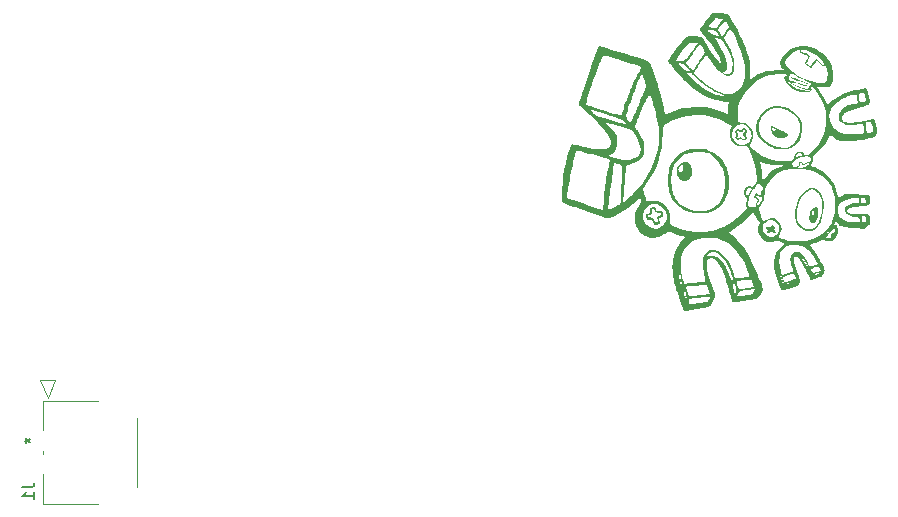
<source format=gbo>
%TF.GenerationSoftware,KiCad,Pcbnew,8.0.5*%
%TF.CreationDate,2024-11-12T20:49:10-08:00*%
%TF.ProjectId,Coil_Pannel_Z,436f696c-5f50-4616-9e6e-656c5f5a2e6b,1.0*%
%TF.SameCoordinates,Original*%
%TF.FileFunction,Legend,Bot*%
%TF.FilePolarity,Positive*%
%FSLAX46Y46*%
G04 Gerber Fmt 4.6, Leading zero omitted, Abs format (unit mm)*
G04 Created by KiCad (PCBNEW 8.0.5) date 2024-11-12 20:49:10*
%MOMM*%
%LPD*%
G01*
G04 APERTURE LIST*
%ADD10C,0.150000*%
%ADD11C,0.120000*%
%ADD12C,0.000000*%
%ADD13C,4.600000*%
%ADD14C,2.600000*%
%ADD15R,1.450000X1.100000*%
%ADD16R,2.899999X1.350000*%
%ADD17C,3.800000*%
G04 APERTURE END LIST*
D10*
X116583819Y-96917169D02*
X117298104Y-96917169D01*
X117298104Y-96917169D02*
X117440961Y-96869550D01*
X117440961Y-96869550D02*
X117536200Y-96774312D01*
X117536200Y-96774312D02*
X117583819Y-96631455D01*
X117583819Y-96631455D02*
X117583819Y-96536217D01*
X117583819Y-97917169D02*
X117583819Y-97345741D01*
X117583819Y-97631455D02*
X116583819Y-97631455D01*
X116583819Y-97631455D02*
X116726676Y-97536217D01*
X116726676Y-97536217D02*
X116821914Y-97440979D01*
X116821914Y-97440979D02*
X116869533Y-97345741D01*
X116778820Y-92955501D02*
X117016915Y-92955501D01*
X116921677Y-92717406D02*
X117016915Y-92955501D01*
X117016915Y-92955501D02*
X116921677Y-93193596D01*
X117207391Y-92812644D02*
X117016915Y-92955501D01*
X117016915Y-92955501D02*
X117207391Y-93098358D01*
D11*
X118119001Y-87792509D02*
X119389001Y-87792509D01*
X118329001Y-89570509D02*
X118329001Y-92075461D01*
X118329001Y-93815541D02*
X118329001Y-94075462D01*
X118329001Y-95815542D02*
X118329001Y-98320492D01*
X118329001Y-98320492D02*
X122958961Y-98320492D01*
X118754001Y-89316509D02*
X118119001Y-87792509D01*
X119389001Y-87792509D02*
X118754001Y-89316509D01*
X122958961Y-89570509D02*
X118329001Y-89570509D01*
X126279001Y-96861482D02*
X126279001Y-91029519D01*
D12*
G36*
X181763757Y-62165147D02*
G01*
X181877838Y-62228793D01*
X181890333Y-62236174D01*
X182004861Y-62293184D01*
X182168759Y-62363599D01*
X182362012Y-62439175D01*
X182564605Y-62511668D01*
X182619731Y-62530505D01*
X182803777Y-62594766D01*
X182961306Y-62651801D01*
X183077070Y-62696002D01*
X183135820Y-62721758D01*
X183149247Y-62729864D01*
X183175821Y-62753944D01*
X183143771Y-62756853D01*
X183049664Y-62737942D01*
X182890066Y-62696563D01*
X182661544Y-62632065D01*
X182654972Y-62630166D01*
X182366280Y-62542911D01*
X182143189Y-62466339D01*
X181976715Y-62396702D01*
X181857875Y-62330250D01*
X181777685Y-62263235D01*
X181770607Y-62255584D01*
X181709108Y-62178898D01*
X181707169Y-62148633D01*
X181763757Y-62165147D01*
G37*
G36*
X180171097Y-74673821D02*
G01*
X180246086Y-74760675D01*
X180298482Y-74841255D01*
X180311199Y-74909059D01*
X180284594Y-74994267D01*
X180261792Y-75056181D01*
X180260019Y-75114396D01*
X180300264Y-75157293D01*
X180333394Y-75190001D01*
X180363678Y-75270490D01*
X180338733Y-75341567D01*
X180311351Y-75360597D01*
X180254055Y-75360479D01*
X180156489Y-75322771D01*
X180119158Y-75308337D01*
X180027335Y-75299786D01*
X179905391Y-75329453D01*
X179872615Y-75340067D01*
X179785033Y-75360713D01*
X179728059Y-75348382D01*
X179669904Y-75298958D01*
X179623652Y-75249318D01*
X179613821Y-75215272D01*
X179654999Y-75192095D01*
X179660622Y-75189880D01*
X179692877Y-75166798D01*
X179679791Y-75128480D01*
X179616118Y-75056645D01*
X179510781Y-74946697D01*
X179588347Y-74869130D01*
X179628812Y-74832594D01*
X179688646Y-74812196D01*
X179771509Y-74839676D01*
X179793992Y-74849621D01*
X179857498Y-74865909D01*
X179909324Y-74841196D01*
X179977809Y-74765259D01*
X180041484Y-74693914D01*
X180109289Y-74651458D01*
X180171097Y-74673821D01*
G37*
G36*
X173273871Y-70113858D02*
G01*
X173277556Y-70211407D01*
X173273179Y-70353070D01*
X173250217Y-70466101D01*
X173204123Y-70580940D01*
X173142137Y-70689852D01*
X172989108Y-70851312D01*
X172793955Y-70951387D01*
X172710204Y-70967667D01*
X172534687Y-70950248D01*
X172358362Y-70874986D01*
X172198642Y-70750700D01*
X172072941Y-70586210D01*
X172017356Y-70443457D01*
X171987460Y-70242404D01*
X171996937Y-70037369D01*
X172014259Y-69976729D01*
X172139205Y-69976729D01*
X172178054Y-70114285D01*
X172219546Y-70158571D01*
X172305435Y-70187943D01*
X172348711Y-70182552D01*
X172444912Y-70125787D01*
X172513711Y-70023791D01*
X172548094Y-69897346D01*
X172541049Y-69767229D01*
X172485563Y-69654221D01*
X172405970Y-69559608D01*
X172272301Y-69701852D01*
X172172728Y-69838598D01*
X172139205Y-69976729D01*
X172014259Y-69976729D01*
X172046999Y-69862115D01*
X172133811Y-69720117D01*
X172282752Y-69568722D01*
X172458668Y-69460689D01*
X172646582Y-69402348D01*
X172831519Y-69400026D01*
X172998502Y-69460052D01*
X173053605Y-69499920D01*
X173166612Y-69642924D01*
X173239651Y-69846659D01*
X173246142Y-69897346D01*
X173273871Y-70113858D01*
G37*
G36*
X183974558Y-73527311D02*
G01*
X183976569Y-73588428D01*
X183965153Y-73798045D01*
X183929776Y-74007646D01*
X183875357Y-74202000D01*
X183806815Y-74365881D01*
X183729068Y-74484058D01*
X183647036Y-74541305D01*
X183642995Y-74542366D01*
X183560042Y-74559355D01*
X183496754Y-74550428D01*
X183410105Y-74509878D01*
X183360889Y-74476739D01*
X183277176Y-74362461D01*
X183232527Y-74207319D01*
X183223481Y-74025833D01*
X183246576Y-73832527D01*
X183275760Y-73725088D01*
X183411180Y-73725088D01*
X183414152Y-73801155D01*
X183436133Y-73901041D01*
X183479340Y-73928093D01*
X183543600Y-73882106D01*
X183574331Y-73830289D01*
X183606870Y-73730647D01*
X183629504Y-73613959D01*
X183639283Y-73502737D01*
X183633258Y-73419494D01*
X183608481Y-73386744D01*
X183607687Y-73386751D01*
X183542909Y-73420936D01*
X183479001Y-73505121D01*
X183430309Y-73614706D01*
X183411180Y-73725088D01*
X183275760Y-73725088D01*
X183298351Y-73641920D01*
X183375345Y-73468534D01*
X183474098Y-73326892D01*
X183591148Y-73231514D01*
X183723034Y-73196922D01*
X183772693Y-73198282D01*
X183869147Y-73216749D01*
X183927664Y-73268183D01*
X183959163Y-73366924D01*
X183972199Y-73502737D01*
X183974558Y-73527311D01*
G37*
G36*
X180772795Y-66652298D02*
G01*
X180962533Y-66750455D01*
X181136059Y-66842527D01*
X181281481Y-66922496D01*
X181386906Y-66984342D01*
X181440441Y-67022045D01*
X181444643Y-67029143D01*
X181424473Y-67077673D01*
X181352899Y-67148394D01*
X181242649Y-67230249D01*
X181106450Y-67312183D01*
X181090602Y-67320203D01*
X180953808Y-67357419D01*
X180763878Y-67361131D01*
X180660017Y-67349304D01*
X180431295Y-67272473D01*
X180239480Y-67130275D01*
X180090032Y-66926233D01*
X180076813Y-66900224D01*
X180025647Y-66769272D01*
X179983837Y-66618275D01*
X179955919Y-66470000D01*
X179951221Y-66409247D01*
X180067506Y-66409247D01*
X180076972Y-66479093D01*
X180100360Y-66584661D01*
X180134645Y-66694535D01*
X180173772Y-66747171D01*
X180231284Y-66760657D01*
X180261272Y-66757340D01*
X180335855Y-66706083D01*
X180364120Y-66606592D01*
X180363689Y-66603777D01*
X180330471Y-66563526D01*
X180260956Y-66505710D01*
X180178625Y-66447167D01*
X180106960Y-66404739D01*
X180069443Y-66395265D01*
X180067506Y-66409247D01*
X179951221Y-66409247D01*
X179946425Y-66347217D01*
X179959890Y-66272691D01*
X179959910Y-66272661D01*
X179997172Y-66280920D01*
X180089579Y-66319210D01*
X180225237Y-66381513D01*
X180392254Y-66461807D01*
X180578738Y-66554076D01*
X180682494Y-66606592D01*
X180772795Y-66652298D01*
G37*
G36*
X184440571Y-73217451D02*
G01*
X184399694Y-73635592D01*
X184309492Y-74039950D01*
X184172662Y-74406870D01*
X184120210Y-74514165D01*
X183971876Y-74764161D01*
X183811814Y-74951680D01*
X183630200Y-75086767D01*
X183417209Y-75179470D01*
X183414264Y-75180410D01*
X183215469Y-75206228D01*
X182993820Y-75172659D01*
X182765124Y-75085685D01*
X182545187Y-74951289D01*
X182349818Y-74775454D01*
X182336660Y-74760939D01*
X182206817Y-74597822D01*
X182116351Y-74433268D01*
X182059457Y-74249031D01*
X182030330Y-74026862D01*
X182028941Y-73972875D01*
X182139226Y-73972875D01*
X182146438Y-74099888D01*
X182165866Y-74200871D01*
X182202161Y-74300412D01*
X182259977Y-74423097D01*
X182382675Y-74627870D01*
X182560584Y-74814698D01*
X182793829Y-74963923D01*
X182919747Y-75014979D01*
X183154305Y-75050449D01*
X183392903Y-75018748D01*
X183621328Y-74922620D01*
X183825370Y-74764806D01*
X183901866Y-74681399D01*
X184048150Y-74468380D01*
X184158797Y-74215563D01*
X184236119Y-73915038D01*
X184282425Y-73558893D01*
X184300026Y-73139218D01*
X184300267Y-73102862D01*
X184293964Y-72812011D01*
X184269610Y-72576735D01*
X184223261Y-72379615D01*
X184150968Y-72203227D01*
X184048785Y-72030150D01*
X183991837Y-71952863D01*
X183822203Y-71795100D01*
X183631036Y-71707617D01*
X183423740Y-71690296D01*
X183205718Y-71743020D01*
X182982372Y-71865672D01*
X182759106Y-72058135D01*
X182677574Y-72150252D01*
X182503346Y-72410671D01*
X182356501Y-72721181D01*
X182242980Y-73065195D01*
X182168723Y-73426126D01*
X182139674Y-73787388D01*
X182139576Y-73795246D01*
X182139226Y-73972875D01*
X182028941Y-73972875D01*
X182023167Y-73748513D01*
X182025118Y-73606818D01*
X182034095Y-73436531D01*
X182054575Y-73293051D01*
X182091348Y-73146714D01*
X182149202Y-72967854D01*
X182199738Y-72827335D01*
X182365308Y-72451315D01*
X182552634Y-72137628D01*
X182759230Y-71888924D01*
X182982610Y-71707856D01*
X183220290Y-71597074D01*
X183469783Y-71559230D01*
X183610711Y-71574621D01*
X183817815Y-71655912D01*
X184006461Y-71800025D01*
X184169150Y-71999023D01*
X184298384Y-72244968D01*
X184386667Y-72529923D01*
X184429426Y-72809178D01*
X184437443Y-73102862D01*
X184440571Y-73217451D01*
G37*
G36*
X182634238Y-66773902D02*
G01*
X182552237Y-67130617D01*
X182550881Y-67134644D01*
X182399040Y-67486437D01*
X182201713Y-67778274D01*
X181959969Y-68009131D01*
X181674879Y-68177985D01*
X181347512Y-68283811D01*
X181299681Y-68292094D01*
X181120568Y-68305406D01*
X180903109Y-68303785D01*
X180674034Y-68288732D01*
X180460074Y-68261748D01*
X180287958Y-68224333D01*
X180053883Y-68137140D01*
X179764758Y-67986606D01*
X179484163Y-67798502D01*
X179228721Y-67585502D01*
X179015056Y-67360279D01*
X178859791Y-67135507D01*
X178836659Y-67092080D01*
X178790066Y-66988144D01*
X178760909Y-66881642D01*
X178743765Y-66748046D01*
X178733213Y-66562826D01*
X178728956Y-66392798D01*
X178730865Y-66345426D01*
X178936817Y-66345426D01*
X178941699Y-66644751D01*
X179008990Y-66935828D01*
X179143055Y-67209180D01*
X179174560Y-67255522D01*
X179372279Y-67481659D01*
X179625170Y-67691749D01*
X179915785Y-67874507D01*
X180226678Y-68018651D01*
X180540401Y-68112896D01*
X180627103Y-68129979D01*
X180952206Y-68165627D01*
X181239414Y-68144818D01*
X181501421Y-68065594D01*
X181750919Y-67925993D01*
X181806072Y-67885877D01*
X182034559Y-67665445D01*
X182215569Y-67397908D01*
X182345868Y-67095917D01*
X182422220Y-66772127D01*
X182441393Y-66439189D01*
X182400151Y-66109757D01*
X182295261Y-65796482D01*
X182247172Y-65704919D01*
X182083019Y-65484462D01*
X181864034Y-65276230D01*
X181605264Y-65091599D01*
X181321752Y-64941947D01*
X181028546Y-64838650D01*
X180910204Y-64811864D01*
X180581089Y-64783044D01*
X180242232Y-64823298D01*
X179973643Y-64906897D01*
X179695747Y-65056724D01*
X179454067Y-65255156D01*
X179252968Y-65492718D01*
X179096817Y-65759934D01*
X178989978Y-66047329D01*
X178936817Y-66345426D01*
X178730865Y-66345426D01*
X178735685Y-66225811D01*
X178758800Y-66077213D01*
X178801637Y-65915449D01*
X178916910Y-65621183D01*
X179105930Y-65316759D01*
X179346101Y-65062968D01*
X179630899Y-64864216D01*
X179953798Y-64724906D01*
X180308276Y-64649442D01*
X180687808Y-64642228D01*
X181074379Y-64700448D01*
X181438223Y-64823776D01*
X181770367Y-65014365D01*
X182078024Y-65275500D01*
X182226974Y-65439508D01*
X182436451Y-65748955D01*
X182575030Y-66077931D01*
X182641397Y-66421293D01*
X182641034Y-66439189D01*
X182634238Y-66773902D01*
G37*
G36*
X177953325Y-67366290D02*
G01*
X177895250Y-67461841D01*
X177774615Y-67532960D01*
X177734098Y-67541706D01*
X177610571Y-67520409D01*
X177473301Y-67440050D01*
X177406315Y-67393540D01*
X177359471Y-67395435D01*
X177296010Y-67448551D01*
X177270350Y-67470352D01*
X177189415Y-67502271D01*
X177102995Y-67471388D01*
X176998031Y-67374455D01*
X176957696Y-67324639D01*
X176949276Y-67273319D01*
X176988936Y-67200904D01*
X177038905Y-67103459D01*
X177040002Y-67014280D01*
X176974915Y-66951062D01*
X176950007Y-66935456D01*
X176905551Y-66866886D01*
X176923248Y-66789173D01*
X177059413Y-66789173D01*
X177070624Y-66838165D01*
X177125902Y-66919318D01*
X177149280Y-66951294D01*
X177190496Y-67021286D01*
X177189742Y-67077483D01*
X177150679Y-67154688D01*
X177114177Y-67225283D01*
X177108326Y-67278665D01*
X177143244Y-67326116D01*
X177172304Y-67352006D01*
X177216761Y-67359733D01*
X177278532Y-67313764D01*
X177296778Y-67297973D01*
X177364887Y-67264687D01*
X177441561Y-67287167D01*
X177505624Y-67323050D01*
X177605403Y-67388164D01*
X177611506Y-67392494D01*
X177690572Y-67419309D01*
X177746307Y-67391149D01*
X177771205Y-67326382D01*
X177757756Y-67243379D01*
X177698453Y-67160507D01*
X177635866Y-67074303D01*
X177634113Y-66966886D01*
X177702938Y-66838897D01*
X177712633Y-66825208D01*
X177754449Y-66743506D01*
X177757812Y-66688115D01*
X177704418Y-66648103D01*
X177637464Y-66669431D01*
X177576478Y-66750671D01*
X177556754Y-66786719D01*
X177480372Y-66857125D01*
X177386519Y-66853416D01*
X177275269Y-66775584D01*
X177252356Y-66753827D01*
X177188219Y-66701546D01*
X177145715Y-66696727D01*
X177100083Y-66733411D01*
X177088505Y-66745234D01*
X177059413Y-66789173D01*
X176923248Y-66789173D01*
X176927074Y-66772374D01*
X177015224Y-66647038D01*
X177026714Y-66633687D01*
X177097201Y-66561380D01*
X177146454Y-66540551D01*
X177194561Y-66561632D01*
X177219030Y-66579019D01*
X177331731Y-66650148D01*
X177410602Y-66671865D01*
X177475861Y-66644573D01*
X177547725Y-66568675D01*
X177655528Y-66436969D01*
X177793860Y-66511022D01*
X177897916Y-66575448D01*
X177969552Y-66655538D01*
X177972404Y-66740757D01*
X177910033Y-66841227D01*
X177903465Y-66849131D01*
X177828226Y-66972544D01*
X177823563Y-67079402D01*
X177888858Y-67179548D01*
X177944387Y-67260087D01*
X177949966Y-67326382D01*
X177953325Y-67366290D01*
G37*
G36*
X170849252Y-73821157D02*
G01*
X170859741Y-73913364D01*
X170851494Y-73961059D01*
X170838965Y-73968411D01*
X170767661Y-73996396D01*
X170662996Y-74029229D01*
X170643676Y-74034818D01*
X170551058Y-74069747D01*
X170510269Y-74113685D01*
X170501152Y-74186181D01*
X170511486Y-74279505D01*
X170545986Y-74395504D01*
X170563989Y-74451268D01*
X170549435Y-74530986D01*
X170472301Y-74598954D01*
X170325864Y-74663348D01*
X170292081Y-74675214D01*
X170201477Y-74705120D01*
X170153566Y-74717906D01*
X170108857Y-74694197D01*
X170060472Y-74609881D01*
X170024062Y-74480251D01*
X170021171Y-74465992D01*
X169983577Y-74348474D01*
X169934004Y-74258171D01*
X169906458Y-74225976D01*
X169866272Y-74200679D01*
X169808786Y-74207705D01*
X169707518Y-74245582D01*
X169659574Y-74263660D01*
X169558788Y-74287336D01*
X169503262Y-74270054D01*
X169472507Y-74216656D01*
X169435678Y-74113920D01*
X169403682Y-73994028D01*
X169396222Y-73952722D01*
X169594613Y-73952722D01*
X169600131Y-73987715D01*
X169624047Y-74032170D01*
X169682641Y-74054080D01*
X169796654Y-74064966D01*
X169928450Y-74079065D01*
X170013433Y-74113564D01*
X170064410Y-74185318D01*
X170102965Y-74311714D01*
X170116718Y-74358345D01*
X170176279Y-74458885D01*
X170258091Y-74488317D01*
X170358868Y-74444928D01*
X170390900Y-74415336D01*
X170406985Y-74358928D01*
X170387153Y-74262858D01*
X170386162Y-74259410D01*
X170352530Y-74115001D01*
X170356480Y-74020981D01*
X170404018Y-73958743D01*
X170501152Y-73909677D01*
X170581396Y-73873212D01*
X170638577Y-73822185D01*
X170653476Y-73751577D01*
X170650661Y-73704374D01*
X170628788Y-73669838D01*
X170568783Y-73655901D01*
X170451647Y-73653311D01*
X170410433Y-73652670D01*
X170265743Y-73632844D01*
X170184082Y-73582539D01*
X170158423Y-73498034D01*
X170143201Y-73434744D01*
X170074165Y-73379053D01*
X169963045Y-73374650D01*
X169921979Y-73384523D01*
X169882984Y-73412031D01*
X169868120Y-73472747D01*
X169867843Y-73588064D01*
X169872816Y-73782243D01*
X169727896Y-73817263D01*
X169635995Y-73845759D01*
X169596568Y-73884701D01*
X169594613Y-73952722D01*
X169396222Y-73952722D01*
X169384228Y-73886312D01*
X169385023Y-73820107D01*
X169393980Y-73808501D01*
X169458815Y-73773551D01*
X169560822Y-73743345D01*
X169720492Y-73709233D01*
X169707691Y-73512355D01*
X169702727Y-73402821D01*
X169714993Y-73332511D01*
X169759121Y-73286205D01*
X169848978Y-73236868D01*
X169912826Y-73206911D01*
X170067441Y-73163657D01*
X170180204Y-73182137D01*
X170249238Y-73261624D01*
X170272666Y-73401389D01*
X170274896Y-73434837D01*
X170314532Y-73513012D01*
X170408109Y-73546694D01*
X170561350Y-73538601D01*
X170571186Y-73537156D01*
X170699041Y-73530987D01*
X170766033Y-73556078D01*
X170795344Y-73613541D01*
X170825846Y-73712022D01*
X170834329Y-73751577D01*
X170849252Y-73821157D01*
G37*
G36*
X176402232Y-71137753D02*
G01*
X176395205Y-71421007D01*
X176376511Y-71676889D01*
X176346143Y-71881454D01*
X176313744Y-72010669D01*
X176202344Y-72319363D01*
X176051694Y-72620201D01*
X175877745Y-72879207D01*
X175734079Y-73035514D01*
X175487503Y-73240699D01*
X175201378Y-73425099D01*
X174896797Y-73575563D01*
X174594855Y-73678944D01*
X174576701Y-73683322D01*
X174396957Y-73708515D01*
X174167428Y-73717892D01*
X173909833Y-73712415D01*
X173645893Y-73693048D01*
X173397328Y-73660752D01*
X173185859Y-73616492D01*
X173015953Y-73566669D01*
X172615284Y-73408505D01*
X172269737Y-73206171D01*
X171971599Y-72955466D01*
X171815290Y-72787234D01*
X171628828Y-72532584D01*
X171485030Y-72251280D01*
X171369941Y-71919290D01*
X171368401Y-71913940D01*
X171335928Y-71791818D01*
X171312748Y-71676325D01*
X171297383Y-71550905D01*
X171288356Y-71399007D01*
X171284190Y-71204078D01*
X171283407Y-70949563D01*
X171284094Y-70845322D01*
X171533553Y-70845322D01*
X171541024Y-71100235D01*
X171559183Y-71395200D01*
X171591614Y-71659400D01*
X171641898Y-71887780D01*
X171714670Y-72101000D01*
X171814564Y-72319722D01*
X171859956Y-72405724D01*
X172080871Y-72734188D01*
X172349050Y-73004599D01*
X172666501Y-73218377D01*
X173035235Y-73376946D01*
X173457262Y-73481725D01*
X173509605Y-73490481D01*
X173956862Y-73532194D01*
X174366361Y-73508280D01*
X174737546Y-73418990D01*
X175069859Y-73264575D01*
X175362744Y-73045287D01*
X175615642Y-72761376D01*
X175827997Y-72413095D01*
X175915174Y-72210932D01*
X176016086Y-71864824D01*
X176079459Y-71485919D01*
X176103267Y-71095374D01*
X176085486Y-70714348D01*
X176024091Y-70364001D01*
X176002597Y-70285797D01*
X175873670Y-69940901D01*
X175696809Y-69606945D01*
X175481967Y-69296968D01*
X175239098Y-69024010D01*
X174978157Y-68801112D01*
X174709098Y-68641313D01*
X174555079Y-68582824D01*
X174267939Y-68516967D01*
X173944619Y-68485779D01*
X173605791Y-68492055D01*
X173510541Y-68500852D01*
X173090418Y-68580089D01*
X172714486Y-68720444D01*
X172385222Y-68919748D01*
X172105104Y-69175832D01*
X171876606Y-69486525D01*
X171702206Y-69849658D01*
X171584381Y-70263060D01*
X171577605Y-70297381D01*
X171550617Y-70467590D01*
X171536342Y-70642339D01*
X171533553Y-70845322D01*
X171284094Y-70845322D01*
X171284717Y-70750908D01*
X171290963Y-70505278D01*
X171303273Y-70311506D01*
X171322695Y-70155054D01*
X171350275Y-70021384D01*
X171380055Y-69913188D01*
X171535000Y-69519871D01*
X171749696Y-69167309D01*
X172018376Y-68861271D01*
X172335274Y-68607528D01*
X172694623Y-68411848D01*
X173090657Y-68280003D01*
X173248679Y-68253911D01*
X173479284Y-68236974D01*
X173738616Y-68233644D01*
X174002030Y-68243531D01*
X174244883Y-68266244D01*
X174442531Y-68301393D01*
X174757824Y-68398854D01*
X175150620Y-68584807D01*
X175495993Y-68828710D01*
X175791064Y-69127502D01*
X176032952Y-69478126D01*
X176218778Y-69877521D01*
X176345660Y-70322629D01*
X176353394Y-70363199D01*
X176381320Y-70584905D01*
X176397602Y-70851071D01*
X176401548Y-71095374D01*
X176402232Y-71137753D01*
G37*
G36*
X176713796Y-57433088D02*
G01*
X176851183Y-57676994D01*
X176970805Y-57895489D01*
X176997899Y-57944977D01*
X177148666Y-58227776D01*
X177298206Y-58516129D01*
X177511401Y-58946317D01*
X177700659Y-59361061D01*
X177856129Y-59744328D01*
X177983957Y-60111334D01*
X178090290Y-60477299D01*
X178125265Y-60613055D01*
X178157213Y-60751939D01*
X178179572Y-60879746D01*
X178194142Y-61013923D01*
X178202723Y-61171918D01*
X178207115Y-61371179D01*
X178209117Y-61629151D01*
X178209152Y-61636342D01*
X178210757Y-61859369D01*
X178211874Y-61951322D01*
X178213114Y-62053343D01*
X178216004Y-62206485D01*
X178219205Y-62307020D01*
X178222497Y-62343169D01*
X178223018Y-62343070D01*
X178260649Y-62320734D01*
X178343045Y-62266869D01*
X178453434Y-62192422D01*
X178521655Y-62146746D01*
X178864634Y-61946221D01*
X179212725Y-61795307D01*
X179582140Y-61689123D01*
X179989094Y-61622787D01*
X180449802Y-61591419D01*
X180671354Y-61583077D01*
X180854225Y-61571894D01*
X180972945Y-61557632D01*
X181033872Y-61539068D01*
X181043363Y-61514979D01*
X181007773Y-61484143D01*
X180983781Y-61461436D01*
X180924968Y-61386653D01*
X180855450Y-61284035D01*
X180821762Y-61227676D01*
X180755706Y-61067528D01*
X180750283Y-60973294D01*
X181147009Y-60973294D01*
X181221959Y-61112468D01*
X181285164Y-61214744D01*
X181462964Y-61427962D01*
X181698573Y-61644660D01*
X181980585Y-61857838D01*
X182297593Y-62060493D01*
X182638191Y-62245624D01*
X182990971Y-62406230D01*
X183344528Y-62535308D01*
X183687454Y-62625856D01*
X183857995Y-62654186D01*
X184071007Y-62677175D01*
X184259911Y-62685994D01*
X184346804Y-62684907D01*
X184483958Y-62671318D01*
X184578139Y-62632111D01*
X184642506Y-62554802D01*
X184690221Y-62426912D01*
X184734445Y-62235957D01*
X184757424Y-62116608D01*
X184776480Y-61964957D01*
X184775146Y-61830018D01*
X184754669Y-61677361D01*
X184727439Y-61549656D01*
X184687715Y-61416795D01*
X184648049Y-61328502D01*
X184608743Y-61277343D01*
X184548604Y-61247755D01*
X184451601Y-61256613D01*
X184380841Y-61266659D01*
X184324540Y-61255306D01*
X184298963Y-61206459D01*
X184275454Y-61169871D01*
X184209576Y-61099397D01*
X184117842Y-61013310D01*
X184016295Y-60925405D01*
X183920974Y-60849475D01*
X183847920Y-60799313D01*
X183813174Y-60788715D01*
X183804614Y-60800882D01*
X183760941Y-60863785D01*
X183689513Y-60967012D01*
X183600333Y-61096114D01*
X183549141Y-61169290D01*
X183466137Y-61283324D01*
X183404587Y-61361827D01*
X183375046Y-61390985D01*
X183337136Y-61374950D01*
X183254283Y-61326562D01*
X183146138Y-61257686D01*
X183030722Y-61180419D01*
X182926058Y-61106853D01*
X182850170Y-61049086D01*
X182821078Y-61019211D01*
X182826256Y-60997972D01*
X182860202Y-60919916D01*
X182914543Y-60814302D01*
X182976000Y-60705215D01*
X183031293Y-60616736D01*
X183067144Y-60572949D01*
X183091212Y-60538496D01*
X183105949Y-60458747D01*
X183105378Y-60443716D01*
X183085205Y-60389340D01*
X183024036Y-60343789D01*
X182905403Y-60293494D01*
X182833693Y-60267551D01*
X182675943Y-60214745D01*
X182539862Y-60174032D01*
X182469029Y-60154103D01*
X182405673Y-60124467D01*
X182388449Y-60078250D01*
X182400400Y-59993501D01*
X182402736Y-59981051D01*
X182496654Y-59981051D01*
X182516710Y-60040183D01*
X182590428Y-60058408D01*
X182660267Y-60067083D01*
X182795805Y-60103748D01*
X182947982Y-60159113D01*
X183087656Y-60222225D01*
X183185686Y-60282131D01*
X183268545Y-60349226D01*
X183111085Y-60698922D01*
X183065631Y-60800679D01*
X183007870Y-60932826D01*
X182968303Y-61027027D01*
X182953626Y-61067606D01*
X182961256Y-61076799D01*
X183014261Y-61086594D01*
X183014293Y-61086594D01*
X183085554Y-61108980D01*
X183171720Y-61162756D01*
X183246894Y-61216590D01*
X183304743Y-61230079D01*
X183360399Y-61191805D01*
X183436306Y-61096114D01*
X183471367Y-61049283D01*
X183571591Y-60918443D01*
X183670838Y-60792051D01*
X183799624Y-60630791D01*
X183970315Y-60753372D01*
X184035928Y-60803785D01*
X184128283Y-60887060D01*
X184181666Y-60951927D01*
X184202950Y-60989034D01*
X184293016Y-61091628D01*
X184395735Y-61124675D01*
X184435697Y-61121584D01*
X184490825Y-61086791D01*
X184484597Y-61011304D01*
X184417250Y-60892593D01*
X184204737Y-60639136D01*
X183925602Y-60396775D01*
X183605255Y-60188452D01*
X183261062Y-60025389D01*
X182910391Y-59918809D01*
X182836536Y-59903692D01*
X182673419Y-59879423D01*
X182568808Y-59883262D01*
X182513091Y-59916656D01*
X182496654Y-59981051D01*
X182402736Y-59981051D01*
X182425933Y-59857399D01*
X182263534Y-59883368D01*
X182097187Y-59927123D01*
X181857064Y-60048754D01*
X181630797Y-60230286D01*
X181429599Y-60462161D01*
X181264686Y-60734817D01*
X181147009Y-60973294D01*
X180750283Y-60973294D01*
X180746827Y-60913245D01*
X180796305Y-60747544D01*
X180905320Y-60553143D01*
X180934221Y-60509451D01*
X181193681Y-60181873D01*
X181484513Y-59919371D01*
X181802615Y-59724006D01*
X182143881Y-59597841D01*
X182504209Y-59542937D01*
X182879495Y-59561355D01*
X182918098Y-59567231D01*
X183353118Y-59666265D01*
X183761354Y-59818551D01*
X184134998Y-60018461D01*
X184466243Y-60260368D01*
X184747282Y-60538645D01*
X184970309Y-60847664D01*
X185082816Y-61086791D01*
X185127516Y-61181797D01*
X185177532Y-61370840D01*
X185215088Y-61623665D01*
X185232852Y-61896526D01*
X185231874Y-61964957D01*
X185229073Y-62161008D01*
X185201995Y-62388695D01*
X185185331Y-62469614D01*
X185131603Y-62676822D01*
X185081380Y-62798090D01*
X185071099Y-62822914D01*
X184998102Y-62919292D01*
X184906898Y-62977355D01*
X184894083Y-62982416D01*
X184752600Y-63018779D01*
X184567140Y-63044262D01*
X184365954Y-63056965D01*
X184177294Y-63054984D01*
X184029413Y-63036419D01*
X183983833Y-63026320D01*
X183900573Y-63011428D01*
X183867569Y-63011360D01*
X183887362Y-63045360D01*
X183941867Y-63129598D01*
X184022701Y-63251276D01*
X184121480Y-63397642D01*
X184199105Y-63515968D01*
X184322682Y-63718153D01*
X184435946Y-63918344D01*
X184521613Y-64086774D01*
X184554154Y-64154538D01*
X184624557Y-64286165D01*
X184685870Y-64382106D01*
X184727647Y-64425197D01*
X184730841Y-64426273D01*
X184802301Y-64416656D01*
X184889208Y-64365902D01*
X185232013Y-64105677D01*
X185634174Y-63848322D01*
X186047214Y-63639033D01*
X186492860Y-63465612D01*
X186539341Y-63450175D01*
X186781494Y-63377521D01*
X187065392Y-63301871D01*
X187363677Y-63229900D01*
X187648990Y-63168285D01*
X187893972Y-63123702D01*
X187930421Y-63118021D01*
X187990136Y-63112855D01*
X188036159Y-63124037D01*
X188073808Y-63161167D01*
X188108398Y-63233846D01*
X188145246Y-63351676D01*
X188189670Y-63524258D01*
X188246985Y-63761191D01*
X188286971Y-63929511D01*
X188319942Y-64079939D01*
X188321723Y-64090899D01*
X188336760Y-64183461D01*
X188338844Y-64254878D01*
X188327614Y-64308993D01*
X188304491Y-64360608D01*
X188294047Y-64380098D01*
X188240307Y-64457532D01*
X188167431Y-64519369D01*
X188061490Y-64573029D01*
X187908558Y-64625935D01*
X187694705Y-64685506D01*
X187654133Y-64696239D01*
X187362647Y-64777676D01*
X187077587Y-64864293D01*
X186810188Y-64952110D01*
X186571683Y-65037146D01*
X186373305Y-65115419D01*
X186226290Y-65182950D01*
X186141870Y-65235758D01*
X186113282Y-65263199D01*
X186043456Y-65368537D01*
X186010702Y-65512475D01*
X186003227Y-65602675D01*
X186013270Y-65762662D01*
X186064735Y-65877173D01*
X186162968Y-65961996D01*
X186175790Y-65969319D01*
X186321492Y-66016341D01*
X186531332Y-66038478D01*
X186798494Y-66036263D01*
X187116159Y-66010230D01*
X187477510Y-65960912D01*
X187875730Y-65888841D01*
X188304000Y-65794552D01*
X188350360Y-65783594D01*
X188517679Y-65747141D01*
X188628542Y-65730453D01*
X188696541Y-65732153D01*
X188735271Y-65750864D01*
X188747517Y-65769337D01*
X188780431Y-65854673D01*
X188819902Y-65988471D01*
X188861742Y-66152746D01*
X188901764Y-66329512D01*
X188935781Y-66500783D01*
X188959604Y-66648575D01*
X188960983Y-66664100D01*
X188969046Y-66754902D01*
X188969063Y-66756895D01*
X188938358Y-66935504D01*
X188853394Y-67096453D01*
X188728357Y-67212759D01*
X188672898Y-67240809D01*
X188515071Y-67296982D01*
X188298158Y-67354955D01*
X188033246Y-67412609D01*
X187731426Y-67467823D01*
X187403785Y-67518477D01*
X187061411Y-67562451D01*
X186715395Y-67597624D01*
X186581770Y-67607631D01*
X186199925Y-67613030D01*
X185873144Y-67577046D01*
X185593440Y-67497661D01*
X185352825Y-67372859D01*
X185143310Y-67200621D01*
X185073177Y-67134400D01*
X184974950Y-67063367D01*
X184915640Y-67056897D01*
X184895724Y-67115153D01*
X184885883Y-67161061D01*
X184843623Y-67268447D01*
X184776153Y-67410509D01*
X184692334Y-67569838D01*
X184601030Y-67729026D01*
X184511103Y-67870663D01*
X184473500Y-67924134D01*
X184303415Y-68136537D01*
X184103591Y-68351482D01*
X183896428Y-68546019D01*
X183704329Y-68697196D01*
X183685553Y-68710127D01*
X183592832Y-68778698D01*
X183545099Y-68837611D01*
X183527415Y-68915473D01*
X183524840Y-69040890D01*
X183524834Y-69042165D01*
X183524783Y-69053634D01*
X183501871Y-69258813D01*
X183429797Y-69448431D01*
X183391723Y-69525508D01*
X183350623Y-69615279D01*
X183334595Y-69660202D01*
X183363656Y-69684267D01*
X183439158Y-69710441D01*
X183570212Y-69754921D01*
X183745570Y-69831567D01*
X183943782Y-69929557D01*
X184144509Y-70038345D01*
X184327410Y-70147382D01*
X184472147Y-70246122D01*
X184486755Y-70257291D01*
X184780695Y-70526705D01*
X185046563Y-70854646D01*
X185275297Y-71226480D01*
X185457834Y-71627574D01*
X185585112Y-72043293D01*
X185608051Y-72138358D01*
X185643796Y-72270081D01*
X185673014Y-72358047D01*
X185690974Y-72386903D01*
X185695085Y-72384753D01*
X185750484Y-72356905D01*
X185851927Y-72306479D01*
X185981062Y-72242606D01*
X186247629Y-72111032D01*
X187066369Y-72111856D01*
X187124839Y-72111990D01*
X187381256Y-72114273D01*
X187622514Y-72118974D01*
X187833364Y-72125635D01*
X187998554Y-72133797D01*
X188102835Y-72143002D01*
X188112858Y-72144400D01*
X188231639Y-72163826D01*
X188296627Y-72188970D01*
X188328273Y-72234114D01*
X188347029Y-72313542D01*
X188371882Y-72508432D01*
X188358105Y-72730893D01*
X188327990Y-72804683D01*
X188288154Y-72902294D01*
X188161182Y-73023748D01*
X187976341Y-73096370D01*
X187732786Y-73121274D01*
X187656867Y-73123103D01*
X187473031Y-73133653D01*
X187263039Y-73151371D01*
X187059038Y-73173753D01*
X186892582Y-73198352D01*
X186658446Y-73251595D01*
X186495427Y-73317506D01*
X186404630Y-73395350D01*
X186387161Y-73484387D01*
X186444126Y-73583881D01*
X186479853Y-73621899D01*
X186544158Y-73678621D01*
X186616755Y-73720659D01*
X186708955Y-73750186D01*
X186832065Y-73769372D01*
X186997394Y-73780390D01*
X187216250Y-73785409D01*
X187499941Y-73786602D01*
X187687031Y-73786115D01*
X187907755Y-73786052D01*
X188068989Y-73791498D01*
X188180653Y-73807746D01*
X188252667Y-73840090D01*
X188294951Y-73893823D01*
X188317426Y-73974240D01*
X188330011Y-74086634D01*
X188342625Y-74236299D01*
X188348974Y-74307292D01*
X188350457Y-74323881D01*
X188356534Y-74444339D01*
X188347714Y-74525095D01*
X188319928Y-74589689D01*
X188269108Y-74661661D01*
X188233028Y-74703701D01*
X188119393Y-74807764D01*
X187994286Y-74895924D01*
X187820437Y-74997807D01*
X187205397Y-74972959D01*
X186944878Y-74960798D01*
X186628091Y-74938831D01*
X186370209Y-74909169D01*
X186161094Y-74869134D01*
X185990607Y-74816051D01*
X185848610Y-74747244D01*
X185724965Y-74660038D01*
X185609534Y-74551757D01*
X185442554Y-74377487D01*
X185358522Y-74527002D01*
X185274490Y-74676517D01*
X185399290Y-74688527D01*
X185449217Y-74696415D01*
X185527998Y-74738732D01*
X185590673Y-74833821D01*
X185633079Y-74957965D01*
X185654847Y-75154443D01*
X185653906Y-75166379D01*
X185638657Y-75359903D01*
X185584776Y-75542169D01*
X185580023Y-75552360D01*
X185493697Y-75693130D01*
X185377060Y-75832342D01*
X185251206Y-75947630D01*
X185137233Y-76016630D01*
X185130044Y-76019252D01*
X184988284Y-76046372D01*
X184810081Y-76049873D01*
X184628764Y-76031042D01*
X184477659Y-75991165D01*
X184324590Y-75929918D01*
X183934235Y-76127034D01*
X183798597Y-76192243D01*
X183628566Y-76265544D01*
X183482560Y-76319500D01*
X183382036Y-76345619D01*
X183338739Y-76351548D01*
X183253903Y-76364604D01*
X183220192Y-76372175D01*
X183223447Y-76376492D01*
X183263441Y-76420955D01*
X183339395Y-76502808D01*
X183439158Y-76608910D01*
X183480513Y-76655588D01*
X183588530Y-76795871D01*
X183713010Y-76976720D01*
X183847397Y-77186608D01*
X183985136Y-77414008D01*
X184119673Y-77647393D01*
X184244451Y-77875235D01*
X184281991Y-77948184D01*
X184352917Y-78086007D01*
X184438516Y-78268182D01*
X184494691Y-78410232D01*
X184514889Y-78500630D01*
X184514759Y-78510990D01*
X184509615Y-78537591D01*
X184480751Y-78686858D01*
X184451550Y-78749061D01*
X184397461Y-78864282D01*
X184280645Y-79009062D01*
X184258176Y-79024736D01*
X184167744Y-79071030D01*
X184033255Y-79130368D01*
X183873642Y-79195399D01*
X183707839Y-79258773D01*
X183554778Y-79313141D01*
X183433393Y-79351151D01*
X183362617Y-79365455D01*
X183351412Y-79352548D01*
X183309050Y-79282206D01*
X183241057Y-79158963D01*
X183152494Y-78992252D01*
X183151662Y-78990648D01*
X183564517Y-78990648D01*
X183593419Y-79000635D01*
X183675641Y-78974486D01*
X183817489Y-78911206D01*
X183938888Y-78849778D01*
X184036367Y-78790443D01*
X184081745Y-78749061D01*
X184069603Y-78730842D01*
X183994522Y-78740996D01*
X183977890Y-78745277D01*
X183860605Y-78786179D01*
X183738227Y-78842273D01*
X183738063Y-78842348D01*
X183636145Y-78900800D01*
X183580732Y-78948554D01*
X183564517Y-78990648D01*
X183151662Y-78990648D01*
X183048422Y-78791510D01*
X182963389Y-78624195D01*
X183271495Y-78624195D01*
X183278835Y-78689518D01*
X183280372Y-78694473D01*
X183314334Y-78769254D01*
X183357587Y-78830672D01*
X183394788Y-78860939D01*
X183410597Y-78842273D01*
X183402491Y-78793503D01*
X183369596Y-78708792D01*
X183325999Y-78635239D01*
X183287675Y-78603836D01*
X183271495Y-78624195D01*
X182963389Y-78624195D01*
X182933901Y-78566172D01*
X182920213Y-78539010D01*
X182917965Y-78534612D01*
X183377882Y-78534612D01*
X183439158Y-78636074D01*
X183505850Y-78695390D01*
X183613079Y-78730181D01*
X183754720Y-78716932D01*
X183943523Y-78656152D01*
X183949745Y-78653726D01*
X184073260Y-78604510D01*
X184164237Y-78566335D01*
X184203377Y-78547287D01*
X184204070Y-78537591D01*
X184183906Y-78479428D01*
X184143468Y-78392629D01*
X184095429Y-78303228D01*
X184052463Y-78237259D01*
X184049020Y-78233318D01*
X184018400Y-78218207D01*
X183963123Y-78220615D01*
X183871690Y-78243275D01*
X183870937Y-78243522D01*
X183732602Y-78288914D01*
X183534360Y-78360264D01*
X183470421Y-78387560D01*
X183387649Y-78453671D01*
X183377882Y-78534612D01*
X182917965Y-78534612D01*
X182779398Y-78263488D01*
X182663287Y-78045590D01*
X182565478Y-77874609D01*
X182479566Y-77739839D01*
X182399149Y-77630573D01*
X182317822Y-77536104D01*
X182189039Y-77407368D01*
X182083590Y-77331195D01*
X182006184Y-77318400D01*
X181950787Y-77368143D01*
X181911367Y-77479586D01*
X181907136Y-77499108D01*
X181895888Y-77612379D01*
X181905400Y-77747579D01*
X181937876Y-77914165D01*
X181995521Y-78121594D01*
X182080539Y-78379322D01*
X182195135Y-78696807D01*
X182249858Y-78847068D01*
X182317750Y-79042490D01*
X182349662Y-79140725D01*
X182371824Y-79208947D01*
X182407574Y-79332397D01*
X182416461Y-79378081D01*
X182420492Y-79398802D01*
X182419330Y-79420673D01*
X182388919Y-79542298D01*
X182328502Y-79679219D01*
X182253200Y-79801473D01*
X182178133Y-79879093D01*
X182142268Y-79896725D01*
X182036183Y-79936795D01*
X181884026Y-79987689D01*
X181702697Y-80044424D01*
X181509091Y-80102018D01*
X181320106Y-80155487D01*
X181152638Y-80199848D01*
X181023585Y-80230119D01*
X180949843Y-80241317D01*
X180929849Y-80238821D01*
X180894847Y-80217316D01*
X180856974Y-80165149D01*
X180810692Y-80072002D01*
X180750461Y-79927558D01*
X180676338Y-79735964D01*
X181203656Y-79735964D01*
X181223371Y-79742377D01*
X181294901Y-79722169D01*
X181424049Y-79673628D01*
X181616617Y-79595040D01*
X181736426Y-79543915D01*
X181895831Y-79470259D01*
X181999514Y-79413983D01*
X182042231Y-79378081D01*
X182018738Y-79365545D01*
X181999500Y-79369592D01*
X181919092Y-79397883D01*
X181797666Y-79446413D01*
X181653725Y-79507142D01*
X181505771Y-79572034D01*
X181372305Y-79633049D01*
X181349383Y-79644251D01*
X181271829Y-79682152D01*
X181222846Y-79711303D01*
X181203656Y-79735964D01*
X180676338Y-79735964D01*
X180670742Y-79721500D01*
X180587562Y-79490690D01*
X180494547Y-79210703D01*
X180407929Y-78929870D01*
X180339089Y-78683793D01*
X180319373Y-78607090D01*
X180269952Y-78403957D01*
X180238451Y-78246612D01*
X180222010Y-78114345D01*
X180217769Y-77986449D01*
X180218156Y-77975500D01*
X180559945Y-77975500D01*
X180560560Y-78044970D01*
X180579237Y-78285449D01*
X180619119Y-78538724D01*
X180674795Y-78775194D01*
X180740856Y-78965264D01*
X180768622Y-79031854D01*
X180806362Y-79139406D01*
X180821211Y-79208451D01*
X180835108Y-79266655D01*
X180875291Y-79372290D01*
X180932534Y-79498738D01*
X180990885Y-79606066D01*
X181031314Y-79654672D01*
X181049085Y-79644251D01*
X181043164Y-79582134D01*
X181012513Y-79475652D01*
X180956095Y-79332136D01*
X180898976Y-79186947D01*
X181005513Y-79186947D01*
X181022319Y-79271402D01*
X181066675Y-79385718D01*
X181103401Y-79459959D01*
X181157976Y-79506487D01*
X181247560Y-79516445D01*
X181296570Y-79509655D01*
X181412950Y-79478546D01*
X181561411Y-79429392D01*
X181720933Y-79370134D01*
X181870498Y-79308714D01*
X181989085Y-79253073D01*
X182055675Y-79211151D01*
X182059926Y-79204941D01*
X182063632Y-79140725D01*
X182044523Y-79039379D01*
X182009135Y-78927855D01*
X181964004Y-78833103D01*
X181959770Y-78828263D01*
X181916217Y-78819353D01*
X181826202Y-78832340D01*
X181681453Y-78868868D01*
X181473697Y-78930581D01*
X181382627Y-78958944D01*
X181204814Y-79018351D01*
X181088319Y-79069861D01*
X181024699Y-79122914D01*
X181005513Y-79186947D01*
X180898976Y-79186947D01*
X180870876Y-79115520D01*
X180765189Y-78784992D01*
X180676675Y-78436402D01*
X180614546Y-78102908D01*
X180608329Y-78060283D01*
X180586512Y-77914461D01*
X180572878Y-77838001D01*
X180565314Y-77825975D01*
X180561708Y-77873451D01*
X180559945Y-77975500D01*
X180218156Y-77975500D01*
X180222868Y-77842216D01*
X180227374Y-77779006D01*
X180689381Y-77779006D01*
X180725710Y-78180943D01*
X180812940Y-78622876D01*
X180816819Y-78638652D01*
X180852891Y-78772321D01*
X180884668Y-78848944D01*
X180921670Y-78884712D01*
X180973416Y-78895818D01*
X180986679Y-78895754D01*
X181076090Y-78881052D01*
X181209378Y-78847897D01*
X181366921Y-78802457D01*
X181529094Y-78750898D01*
X181676272Y-78699390D01*
X181788831Y-78654101D01*
X181847148Y-78621198D01*
X181856272Y-78570753D01*
X181830669Y-78456822D01*
X181767680Y-78279047D01*
X181702231Y-78082811D01*
X181647087Y-77831604D01*
X181624897Y-77595168D01*
X181637029Y-77390757D01*
X181684853Y-77235628D01*
X181697469Y-77212666D01*
X181809185Y-77071185D01*
X182172966Y-77071185D01*
X182375166Y-77252199D01*
X182448727Y-77324247D01*
X182623865Y-77540953D01*
X182808025Y-77828621D01*
X182859252Y-77915175D01*
X182968179Y-78088952D01*
X183047947Y-78201785D01*
X183096180Y-78253399D01*
X183110505Y-78243522D01*
X183088547Y-78171881D01*
X183027932Y-78038204D01*
X182926286Y-77842216D01*
X182892877Y-77782070D01*
X182714951Y-77510147D01*
X182528490Y-77301096D01*
X182339201Y-77161534D01*
X182172966Y-77071185D01*
X181809185Y-77071185D01*
X181817131Y-77061122D01*
X181970910Y-76974735D01*
X182169202Y-76947314D01*
X182278095Y-76952409D01*
X182395293Y-76982822D01*
X182505820Y-77051443D01*
X182515499Y-77059057D01*
X182626591Y-77170107D01*
X182751994Y-77328839D01*
X182877772Y-77514796D01*
X182989989Y-77707519D01*
X183074707Y-77886551D01*
X183111052Y-77969712D01*
X183172362Y-78087005D01*
X183225221Y-78163790D01*
X183258870Y-78196784D01*
X183296577Y-78214122D01*
X183352481Y-78210338D01*
X183444429Y-78183951D01*
X183590271Y-78133479D01*
X183632558Y-78118363D01*
X183767663Y-78067094D01*
X183869358Y-78024010D01*
X183918257Y-77997165D01*
X183923940Y-77948184D01*
X183891011Y-77849238D01*
X183824826Y-77714334D01*
X183732886Y-77555631D01*
X183622691Y-77385287D01*
X183501739Y-77215463D01*
X183377530Y-77058316D01*
X183257565Y-76926006D01*
X183103551Y-76783733D01*
X182812848Y-76580220D01*
X182500339Y-76444825D01*
X182156626Y-76373992D01*
X181772312Y-76364167D01*
X181571003Y-76383937D01*
X181344284Y-76444714D01*
X181154316Y-76552077D01*
X180982542Y-76714251D01*
X180882344Y-76852048D01*
X180768043Y-77110672D01*
X180703607Y-77420953D01*
X180689381Y-77779006D01*
X180227374Y-77779006D01*
X180228332Y-77765562D01*
X180293048Y-77398613D01*
X180422450Y-77060475D01*
X180620307Y-76743224D01*
X180890388Y-76438932D01*
X180960677Y-76368520D01*
X181035165Y-76283613D01*
X181061321Y-76231263D01*
X181045662Y-76201509D01*
X181018328Y-76187255D01*
X180940097Y-76167237D01*
X180888612Y-76154934D01*
X180787067Y-76118118D01*
X180662217Y-76065447D01*
X180436697Y-75964240D01*
X180282032Y-76051167D01*
X180126801Y-76111864D01*
X179908140Y-76140880D01*
X179680846Y-76121617D01*
X179472462Y-76053982D01*
X179274720Y-75926629D01*
X179094761Y-75734137D01*
X178966112Y-75503136D01*
X178894147Y-75247186D01*
X178884238Y-74979847D01*
X178907004Y-74874894D01*
X179260145Y-74874894D01*
X179270365Y-75010977D01*
X179333690Y-75239050D01*
X179447182Y-75435050D01*
X179601906Y-75580525D01*
X179732507Y-75647270D01*
X179922689Y-75695500D01*
X180110294Y-75696839D01*
X180268918Y-75648594D01*
X180399767Y-75566278D01*
X180553052Y-75417105D01*
X180640799Y-75239419D01*
X180668768Y-75024225D01*
X180668369Y-74997279D01*
X180629327Y-74768086D01*
X180534428Y-74577586D01*
X180394985Y-74430465D01*
X180222314Y-74331408D01*
X180027729Y-74285098D01*
X179822546Y-74296222D01*
X179618079Y-74369464D01*
X179425644Y-74509509D01*
X179338757Y-74596905D01*
X179285809Y-74672113D01*
X179264153Y-74754736D01*
X179260145Y-74874894D01*
X178907004Y-74874894D01*
X178941758Y-74714676D01*
X179004930Y-74538410D01*
X178805712Y-74162502D01*
X178715331Y-73996549D01*
X178626446Y-73849386D01*
X178554912Y-73755542D01*
X178493570Y-73705912D01*
X178435260Y-73691392D01*
X178399382Y-73713042D01*
X178317713Y-73781061D01*
X178200924Y-73887033D01*
X178058490Y-74022340D01*
X177899885Y-74178365D01*
X177852249Y-74225769D01*
X177612747Y-74455121D01*
X177393794Y-74646220D01*
X177173210Y-74817547D01*
X176928816Y-74987585D01*
X176837942Y-75048493D01*
X176682167Y-75155010D01*
X176557143Y-75243282D01*
X176473853Y-75305477D01*
X176443284Y-75333762D01*
X176443279Y-75333997D01*
X176471329Y-75368165D01*
X176544592Y-75433609D01*
X176647462Y-75516373D01*
X176687337Y-75547864D01*
X176901822Y-75736762D01*
X177132484Y-75966761D01*
X177360614Y-76217494D01*
X177567499Y-76468591D01*
X177734430Y-76699682D01*
X177848513Y-76884373D01*
X178010458Y-77174094D01*
X178194718Y-77529747D01*
X178399663Y-77948070D01*
X178623661Y-78425801D01*
X178865078Y-78959679D01*
X178913052Y-79067882D01*
X178972120Y-79201108D01*
X178998094Y-79261025D01*
X179090018Y-79473079D01*
X179178809Y-79691841D01*
X179239931Y-79866629D01*
X179250405Y-79908674D01*
X179274819Y-80006679D01*
X179284910Y-80121228D01*
X179284115Y-80127117D01*
X179271640Y-80219513D01*
X179236445Y-80310770D01*
X179180762Y-80404234D01*
X179106026Y-80509142D01*
X179087239Y-80534665D01*
X178966026Y-80699309D01*
X178876762Y-80814887D01*
X178806390Y-80891220D01*
X178741852Y-80938126D01*
X178670091Y-80965425D01*
X178578050Y-80982937D01*
X178452672Y-81000480D01*
X178358936Y-81014286D01*
X178173494Y-81042848D01*
X177947315Y-81078673D01*
X177700711Y-81118533D01*
X177453994Y-81159201D01*
X177225715Y-81196432D01*
X177034001Y-81225092D01*
X176897872Y-81241200D01*
X176807199Y-81245637D01*
X176751857Y-81239286D01*
X176721718Y-81223031D01*
X176699973Y-81180291D01*
X176661768Y-81073652D01*
X176612849Y-80917371D01*
X176557217Y-80724304D01*
X176554028Y-80712444D01*
X177089158Y-80712444D01*
X177099882Y-80720697D01*
X177169578Y-80726576D01*
X177291540Y-80722005D01*
X177451053Y-80708824D01*
X177633403Y-80688873D01*
X177823876Y-80663992D01*
X178007758Y-80636020D01*
X178170334Y-80606797D01*
X178296891Y-80578163D01*
X178372713Y-80551957D01*
X178374858Y-80550659D01*
X178413112Y-80506496D01*
X178465634Y-80424447D01*
X178521485Y-80325000D01*
X178569723Y-80228639D01*
X178599408Y-80155849D01*
X178599600Y-80127117D01*
X178585664Y-80128756D01*
X178509457Y-80138338D01*
X178378314Y-80155049D01*
X178205205Y-80177233D01*
X178003101Y-80203236D01*
X177886568Y-80218144D01*
X177822917Y-80226114D01*
X177693052Y-80242375D01*
X177532717Y-80261781D01*
X177419676Y-80274672D01*
X177368040Y-80279355D01*
X177342772Y-80297382D01*
X177288136Y-80364272D01*
X177221707Y-80460575D01*
X177157235Y-80564940D01*
X177108469Y-80656013D01*
X177089158Y-80712444D01*
X176554028Y-80712444D01*
X176498876Y-80507306D01*
X176430744Y-80252114D01*
X176304219Y-79816927D01*
X176762588Y-79816927D01*
X176762780Y-79911370D01*
X176782457Y-80031928D01*
X176823587Y-80201777D01*
X176840385Y-80264981D01*
X176880642Y-80405211D01*
X176914761Y-80509314D01*
X176936737Y-80558370D01*
X176952768Y-80561966D01*
X176984950Y-80520432D01*
X177016885Y-80436673D01*
X177041368Y-80331597D01*
X177051197Y-80226114D01*
X177048683Y-80186463D01*
X177030257Y-80076100D01*
X176998747Y-79941499D01*
X176959889Y-79802417D01*
X176919419Y-79678612D01*
X176883075Y-79589841D01*
X176856592Y-79555860D01*
X176846482Y-79561955D01*
X176814979Y-79618881D01*
X176782340Y-79716244D01*
X176779911Y-79725417D01*
X176762588Y-79816927D01*
X176304219Y-79816927D01*
X176280400Y-79735000D01*
X176192064Y-79464665D01*
X177056790Y-79464665D01*
X177059230Y-79527924D01*
X177080599Y-79634778D01*
X177114684Y-79763340D01*
X177155275Y-79891726D01*
X177196158Y-79998052D01*
X177231122Y-80060432D01*
X177289966Y-80101961D01*
X177419956Y-80121101D01*
X177603251Y-80089024D01*
X177649351Y-80078766D01*
X177771301Y-80057788D01*
X177932596Y-80034275D01*
X178110803Y-80011647D01*
X178165127Y-80005023D01*
X178357653Y-79975501D01*
X178476673Y-79944906D01*
X178524347Y-79912719D01*
X178525367Y-79908674D01*
X178516418Y-79845224D01*
X178484680Y-79739048D01*
X178438968Y-79613063D01*
X178388096Y-79490184D01*
X178340879Y-79393330D01*
X178306133Y-79345416D01*
X178288211Y-79343035D01*
X178206475Y-79344664D01*
X178074142Y-79352413D01*
X177907033Y-79364853D01*
X177720971Y-79380554D01*
X177531777Y-79398088D01*
X177355273Y-79416026D01*
X177207280Y-79432937D01*
X177103620Y-79447394D01*
X177060114Y-79457966D01*
X177056790Y-79464665D01*
X176192064Y-79464665D01*
X176125395Y-79260637D01*
X175967782Y-78833709D01*
X175809617Y-78458899D01*
X175652953Y-78140893D01*
X175499846Y-77884373D01*
X175352350Y-77694025D01*
X175212519Y-77574532D01*
X175187335Y-77560279D01*
X175029195Y-77508751D01*
X174868036Y-77508928D01*
X174732589Y-77561586D01*
X174674374Y-77614269D01*
X174590355Y-77763314D01*
X174545784Y-77967873D01*
X174539870Y-78222051D01*
X174571827Y-78519949D01*
X174640866Y-78855672D01*
X174746199Y-79223323D01*
X174887038Y-79617005D01*
X175062595Y-80030820D01*
X175103548Y-80121594D01*
X175189224Y-80328845D01*
X175238589Y-80495578D01*
X175240280Y-80514017D01*
X175251917Y-80640939D01*
X175229480Y-80784073D01*
X175215048Y-80823949D01*
X175171552Y-80944125D01*
X175078404Y-81140240D01*
X175010915Y-81270620D01*
X174932320Y-81412377D01*
X174867601Y-81518182D01*
X174826312Y-81571684D01*
X174786341Y-81588214D01*
X174678675Y-81618185D01*
X174515863Y-81657067D01*
X174308673Y-81702423D01*
X174067873Y-81751819D01*
X173804231Y-81802820D01*
X173607354Y-81839768D01*
X173323520Y-81892525D01*
X173101423Y-81932317D01*
X172932775Y-81959851D01*
X172809288Y-81975833D01*
X172722673Y-81980968D01*
X172664643Y-81975963D01*
X172626908Y-81961524D01*
X172601182Y-81938356D01*
X172579174Y-81907166D01*
X172550694Y-81855478D01*
X172491566Y-81722211D01*
X172417989Y-81535098D01*
X172362492Y-81383746D01*
X173014495Y-81383746D01*
X173195380Y-81379113D01*
X173233246Y-81377294D01*
X173359356Y-81366981D01*
X173531510Y-81349665D01*
X173732305Y-81327434D01*
X173944338Y-81302377D01*
X174150204Y-81276584D01*
X174332502Y-81252145D01*
X174473826Y-81231147D01*
X174556774Y-81215681D01*
X174605962Y-81185287D01*
X174682296Y-81105498D01*
X174759188Y-81002159D01*
X174818572Y-80900050D01*
X174842381Y-80823949D01*
X174837665Y-80804584D01*
X174815911Y-80788954D01*
X174768681Y-80780338D01*
X174687604Y-80778961D01*
X174564310Y-80785048D01*
X174390426Y-80798822D01*
X174157582Y-80820508D01*
X173857408Y-80850329D01*
X173837747Y-80852326D01*
X173607765Y-80877740D01*
X173403081Y-80903955D01*
X173236336Y-80929079D01*
X173120172Y-80951224D01*
X173067228Y-80968497D01*
X173056070Y-80981019D01*
X173025756Y-81066419D01*
X173014495Y-81198004D01*
X173014495Y-81250462D01*
X173014495Y-81383746D01*
X172362492Y-81383746D01*
X172333959Y-81305931D01*
X172243472Y-81046503D01*
X172150524Y-80768606D01*
X172059111Y-80484033D01*
X171973228Y-80204576D01*
X171972233Y-80201153D01*
X172600564Y-80201153D01*
X172607954Y-80355560D01*
X172644686Y-80605860D01*
X172746697Y-80945815D01*
X172864336Y-81250462D01*
X172846790Y-80945815D01*
X172839520Y-80861500D01*
X172812010Y-80680255D01*
X172771386Y-80494141D01*
X172722996Y-80323303D01*
X172672190Y-80187886D01*
X172624317Y-80108033D01*
X172606342Y-80118363D01*
X172600564Y-80201153D01*
X171972233Y-80201153D01*
X171896873Y-79942029D01*
X171889315Y-79913900D01*
X172796384Y-79913900D01*
X172798970Y-79935006D01*
X172818039Y-80016095D01*
X172851427Y-80143236D01*
X172895134Y-80300757D01*
X173002549Y-80679248D01*
X173246528Y-80683967D01*
X173271896Y-80684178D01*
X173408349Y-80680296D01*
X173586113Y-80669861D01*
X173790524Y-80654322D01*
X174006920Y-80635126D01*
X174220637Y-80613721D01*
X174417011Y-80591555D01*
X174581379Y-80570076D01*
X174699079Y-80550732D01*
X174755446Y-80534971D01*
X174769519Y-80514017D01*
X174768262Y-80451911D01*
X174740346Y-80341922D01*
X174683615Y-80173202D01*
X174656501Y-80098447D01*
X174603272Y-79959430D01*
X174559882Y-79856052D01*
X174533769Y-79806514D01*
X174524088Y-79803861D01*
X174453118Y-79801637D01*
X174325160Y-79804317D01*
X174153471Y-79811081D01*
X173951306Y-79821109D01*
X173731923Y-79833584D01*
X173508577Y-79847684D01*
X173312732Y-79861323D01*
X173294525Y-79862591D01*
X173103023Y-79877486D01*
X172947328Y-79891548D01*
X172840697Y-79903960D01*
X172796384Y-79913900D01*
X171889315Y-79913900D01*
X171834040Y-79708183D01*
X171802040Y-79580196D01*
X171733448Y-79282750D01*
X171685461Y-79026408D01*
X171654941Y-78788783D01*
X171640834Y-78578582D01*
X172147552Y-78578582D01*
X172156365Y-78779329D01*
X172189445Y-79020402D01*
X172219760Y-79185247D01*
X172264607Y-79390331D01*
X172312302Y-79574199D01*
X172359441Y-79726129D01*
X172402617Y-79835398D01*
X172438424Y-79891282D01*
X172463456Y-79883059D01*
X172468353Y-79861323D01*
X172464578Y-79760114D01*
X172438945Y-79599299D01*
X172392758Y-79388007D01*
X172320566Y-79063009D01*
X172246811Y-78646646D01*
X172204937Y-78280147D01*
X172204888Y-78279487D01*
X172197877Y-78212582D01*
X172189608Y-78205494D01*
X172177987Y-78263548D01*
X172160922Y-78392067D01*
X172147552Y-78578582D01*
X171640834Y-78578582D01*
X171638747Y-78547492D01*
X171633739Y-78280147D01*
X171648262Y-78040536D01*
X172329191Y-78040536D01*
X172334549Y-78204380D01*
X172354966Y-78437754D01*
X172387876Y-78685756D01*
X172430333Y-78933284D01*
X172479391Y-79165236D01*
X172532102Y-79366510D01*
X172585520Y-79522002D01*
X172636699Y-79616612D01*
X172643108Y-79623326D01*
X172713659Y-79658745D01*
X172801797Y-79672033D01*
X172865345Y-79655935D01*
X172901196Y-79648824D01*
X173001683Y-79635903D01*
X173154302Y-79618871D01*
X173346737Y-79599099D01*
X173566669Y-79577956D01*
X173763935Y-79559159D01*
X173972768Y-79538255D01*
X174148098Y-79519622D01*
X174275806Y-79504768D01*
X174341774Y-79495201D01*
X174348335Y-79493815D01*
X174383434Y-79484004D01*
X174405993Y-79464811D01*
X174415562Y-79425361D01*
X174411691Y-79354781D01*
X174393929Y-79242200D01*
X174361825Y-79076743D01*
X174314928Y-78847539D01*
X174277552Y-78652958D01*
X174220083Y-78240048D01*
X174205443Y-77884606D01*
X174234249Y-77582360D01*
X174306342Y-77331724D01*
X174509600Y-77331724D01*
X174545962Y-77335395D01*
X174638366Y-77329684D01*
X174764453Y-77315096D01*
X174897011Y-77302226D01*
X175181723Y-77318270D01*
X175432857Y-77401347D01*
X175656240Y-77553928D01*
X175857695Y-77778479D01*
X175870974Y-77796784D01*
X176000640Y-77998565D01*
X176139353Y-78249465D01*
X176276364Y-78527780D01*
X176400922Y-78811809D01*
X176502279Y-79079848D01*
X176514642Y-79116026D01*
X176570001Y-79272668D01*
X176609890Y-79368786D01*
X176640708Y-79414572D01*
X176668855Y-79420219D01*
X176700732Y-79395920D01*
X176708550Y-79387511D01*
X176735799Y-79336129D01*
X176741628Y-79261025D01*
X176724392Y-79150423D01*
X176682449Y-78992545D01*
X176614153Y-78775614D01*
X176591531Y-78708116D01*
X176437884Y-78315422D01*
X176262599Y-77964975D01*
X176069983Y-77660879D01*
X175864345Y-77407236D01*
X175649991Y-77208152D01*
X175431231Y-77067728D01*
X175212370Y-76990069D01*
X174997717Y-76979277D01*
X174791580Y-77039457D01*
X174745083Y-77064678D01*
X174644368Y-77136207D01*
X174561158Y-77215328D01*
X174511040Y-77285885D01*
X174509600Y-77331724D01*
X174306342Y-77331724D01*
X174307115Y-77329036D01*
X174424654Y-77120360D01*
X174587481Y-76952057D01*
X174589468Y-76950466D01*
X174763924Y-76857259D01*
X174978772Y-76815320D01*
X175217229Y-76825838D01*
X175462514Y-76890004D01*
X175628429Y-76969850D01*
X175867706Y-77146077D01*
X176097474Y-77385941D01*
X176312540Y-77681996D01*
X176507712Y-78026798D01*
X176677796Y-78412900D01*
X176817600Y-78832857D01*
X176823353Y-78852854D01*
X176869027Y-78993255D01*
X176914060Y-79105174D01*
X176949470Y-79165925D01*
X176958851Y-79174034D01*
X176997286Y-79191099D01*
X177062495Y-79199156D01*
X177166701Y-79198293D01*
X177322128Y-79188597D01*
X177541000Y-79170156D01*
X177609162Y-79163860D01*
X177799697Y-79144071D01*
X177959626Y-79124298D01*
X178073841Y-79106534D01*
X178127237Y-79092774D01*
X178139466Y-79067882D01*
X178132646Y-78979222D01*
X178096780Y-78838805D01*
X178035298Y-78656476D01*
X177951629Y-78442078D01*
X177849202Y-78205458D01*
X177731446Y-77956459D01*
X177581022Y-77671321D01*
X177306417Y-77232502D01*
X177006082Y-76842818D01*
X176686065Y-76509021D01*
X176352417Y-76237864D01*
X176011186Y-76036100D01*
X175769913Y-75930028D01*
X175415577Y-75816489D01*
X175067987Y-75761264D01*
X174707320Y-75760157D01*
X174706402Y-75760217D01*
X174207830Y-75819335D01*
X173767747Y-75927130D01*
X173386204Y-76083555D01*
X173063253Y-76288560D01*
X172798946Y-76542094D01*
X172593334Y-76844108D01*
X172446470Y-77194553D01*
X172358405Y-77593379D01*
X172329191Y-78040536D01*
X171648262Y-78040536D01*
X171664100Y-77779233D01*
X171761437Y-77297380D01*
X171927947Y-76841972D01*
X172165788Y-76407142D01*
X172477118Y-75987024D01*
X172708263Y-75712192D01*
X172547211Y-75671227D01*
X172362417Y-75622239D01*
X172083055Y-75539466D01*
X171851731Y-75459290D01*
X171682063Y-75386198D01*
X171679399Y-75384851D01*
X171477139Y-75302871D01*
X171305302Y-75282395D01*
X171148235Y-75324411D01*
X170990287Y-75429908D01*
X170957332Y-75456855D01*
X170681353Y-75633174D01*
X170379357Y-75749134D01*
X170066659Y-75800351D01*
X169758573Y-75782443D01*
X169605325Y-75746743D01*
X169303028Y-75620493D01*
X169034967Y-75426837D01*
X168802435Y-75166832D01*
X168606723Y-74841533D01*
X168560254Y-74745301D01*
X168507829Y-74619552D01*
X168476745Y-74504065D01*
X168460138Y-74370031D01*
X168451143Y-74188645D01*
X168451914Y-73968860D01*
X168466135Y-73854774D01*
X169145475Y-73854774D01*
X169147258Y-74099647D01*
X169204893Y-74336315D01*
X169318285Y-74553782D01*
X169487337Y-74741050D01*
X169711953Y-74887122D01*
X169743377Y-74901776D01*
X169992695Y-74983589D01*
X170234018Y-75004818D01*
X170450724Y-74963740D01*
X170565401Y-74909954D01*
X170757141Y-74772076D01*
X170928181Y-74592855D01*
X171056296Y-74393227D01*
X171088774Y-74324211D01*
X171131212Y-74206278D01*
X171145637Y-74090807D01*
X171139103Y-73939126D01*
X171127322Y-73844525D01*
X171054737Y-73597085D01*
X170931529Y-73377772D01*
X170767810Y-73193060D01*
X170573694Y-73049422D01*
X170359295Y-72953333D01*
X170134726Y-72911265D01*
X169910100Y-72929692D01*
X169695530Y-73015088D01*
X169476209Y-73180897D01*
X169309854Y-73384402D01*
X169199642Y-73612694D01*
X169145475Y-73854774D01*
X168466135Y-73854774D01*
X168478657Y-73754321D01*
X168539471Y-73553276D01*
X168641280Y-73343611D01*
X168791009Y-73103212D01*
X168806120Y-73080404D01*
X168915560Y-72892149D01*
X168970296Y-72738538D01*
X168973256Y-72606220D01*
X168927370Y-72481849D01*
X168879526Y-72395695D01*
X168747835Y-72532739D01*
X168668280Y-72610302D01*
X168501966Y-72756389D01*
X168298214Y-72922206D01*
X168073396Y-73094952D01*
X167843881Y-73261824D01*
X167626039Y-73410020D01*
X167580064Y-73439565D01*
X167391205Y-73554474D01*
X167180759Y-73674409D01*
X166961167Y-73793098D01*
X166744869Y-73904270D01*
X166544304Y-74001654D01*
X166371914Y-74078978D01*
X166240138Y-74129972D01*
X166161415Y-74148363D01*
X166153097Y-74147803D01*
X166073163Y-74129998D01*
X165937116Y-74090132D01*
X165757516Y-74032226D01*
X165546925Y-73960299D01*
X165317902Y-73878373D01*
X165316794Y-73877968D01*
X165080693Y-73792070D01*
X164790923Y-73687337D01*
X164465535Y-73570252D01*
X164122580Y-73447297D01*
X163780110Y-73324955D01*
X163456174Y-73209711D01*
X163325548Y-73163047D01*
X163055770Y-73064657D01*
X162812368Y-72973201D01*
X162604462Y-72892269D01*
X162441173Y-72825454D01*
X162331622Y-72776345D01*
X162284930Y-72748536D01*
X162263141Y-72698037D01*
X162251035Y-72580909D01*
X162257451Y-72398532D01*
X162258399Y-72385162D01*
X162259030Y-72376238D01*
X162713596Y-72376238D01*
X163208648Y-72555472D01*
X163325410Y-72597598D01*
X163542163Y-72675391D01*
X163802414Y-72768453D01*
X164089496Y-72870835D01*
X164386744Y-72976589D01*
X164677491Y-73079766D01*
X164684328Y-73082188D01*
X164942433Y-73173082D01*
X165177610Y-73254877D01*
X165380102Y-73324261D01*
X165540154Y-73377922D01*
X165648008Y-73412547D01*
X165693909Y-73424825D01*
X165715929Y-73422709D01*
X165740196Y-73406262D01*
X165757714Y-73362948D01*
X165759148Y-73354129D01*
X166169399Y-73354129D01*
X166185457Y-73383513D01*
X166200767Y-73380205D01*
X166281000Y-73352745D01*
X166406302Y-73303727D01*
X166560134Y-73240273D01*
X166725958Y-73169508D01*
X166887233Y-73098557D01*
X167027421Y-73034543D01*
X167129983Y-72984590D01*
X167178379Y-72955822D01*
X167184502Y-72948812D01*
X167200215Y-72919403D01*
X167214199Y-72870603D01*
X167226915Y-72796111D01*
X167234776Y-72725791D01*
X167466485Y-72725791D01*
X167495773Y-72716933D01*
X167572611Y-72666105D01*
X167685232Y-72580341D01*
X167822839Y-72468633D01*
X167974637Y-72339973D01*
X168129830Y-72203353D01*
X168277623Y-72067767D01*
X168407219Y-71942206D01*
X168684592Y-71650335D01*
X169130989Y-71650335D01*
X169137185Y-71682770D01*
X169164391Y-71777656D01*
X169208064Y-71914529D01*
X169262509Y-72077036D01*
X169322033Y-72248824D01*
X169380942Y-72413541D01*
X169433544Y-72554834D01*
X169474145Y-72656350D01*
X169497051Y-72701737D01*
X169530074Y-72709977D01*
X169620021Y-72702865D01*
X169739533Y-72677119D01*
X169892142Y-72646629D01*
X170156403Y-72634656D01*
X170415584Y-72667122D01*
X170639865Y-72741882D01*
X170758448Y-72810180D01*
X170961278Y-72972742D01*
X171145331Y-73173937D01*
X171288168Y-73391287D01*
X171318169Y-73449817D01*
X171354201Y-73532991D01*
X171377176Y-73617738D01*
X171390120Y-73722702D01*
X171396063Y-73866529D01*
X171398031Y-74067867D01*
X171398127Y-74090807D01*
X171400008Y-74539545D01*
X171508930Y-74626397D01*
X171695231Y-74751701D01*
X171958545Y-74886155D01*
X172264093Y-75009592D01*
X172594032Y-75115639D01*
X172930521Y-75197927D01*
X173255714Y-75250084D01*
X173357084Y-75260034D01*
X173631534Y-75277149D01*
X173928470Y-75284536D01*
X174223382Y-75282220D01*
X174491761Y-75270226D01*
X174709098Y-75248579D01*
X174979492Y-75196520D01*
X175316368Y-75104884D01*
X175657966Y-74987478D01*
X175973759Y-74853832D01*
X176276002Y-74696880D01*
X176683349Y-74438111D01*
X177090169Y-74122763D01*
X177507733Y-73742669D01*
X177537790Y-73713419D01*
X177700966Y-73553929D01*
X177816893Y-73437541D01*
X177891999Y-73355671D01*
X177932711Y-73299735D01*
X177945453Y-73261148D01*
X177936654Y-73231327D01*
X177934581Y-73228758D01*
X178968058Y-73228758D01*
X178999133Y-73486883D01*
X179004498Y-73524235D01*
X179039737Y-73679201D01*
X179093813Y-73849121D01*
X179159278Y-74016223D01*
X179228683Y-74162735D01*
X179294579Y-74270885D01*
X179349519Y-74322903D01*
X179394111Y-74321563D01*
X179490357Y-74292301D01*
X179608166Y-74239762D01*
X179712324Y-74193189D01*
X179960832Y-74133469D01*
X180199551Y-74143582D01*
X180418599Y-74219141D01*
X180608093Y-74355763D01*
X180758147Y-74549062D01*
X180858881Y-74794654D01*
X180860368Y-74800252D01*
X180884063Y-75016156D01*
X180882306Y-75024225D01*
X180837836Y-75228402D01*
X180719502Y-75447211D01*
X180648689Y-75554011D01*
X180616136Y-75621053D01*
X180617970Y-75666005D01*
X180648833Y-75708695D01*
X180721679Y-75767103D01*
X180863720Y-75844122D01*
X181045643Y-75919694D01*
X181248067Y-75985940D01*
X181451610Y-76034982D01*
X181657331Y-76062859D01*
X181919345Y-76080049D01*
X182206480Y-76085436D01*
X182493635Y-76079078D01*
X182755711Y-76061037D01*
X182967608Y-76031371D01*
X182985970Y-76027677D01*
X183459098Y-75899202D01*
X183732880Y-75783450D01*
X184652654Y-75783450D01*
X184735806Y-75826905D01*
X184857069Y-75837929D01*
X184962859Y-75803135D01*
X184987914Y-75782205D01*
X185034654Y-75700446D01*
X185055541Y-75566161D01*
X185060142Y-75504675D01*
X185074821Y-75425401D01*
X185107042Y-75392511D01*
X185169458Y-75385994D01*
X185219944Y-75377749D01*
X185317837Y-75326619D01*
X185396579Y-75248465D01*
X185428888Y-75166379D01*
X185417390Y-75119442D01*
X185374081Y-75041024D01*
X185353779Y-75016096D01*
X185323164Y-74999885D01*
X185280793Y-75016529D01*
X185236818Y-75053030D01*
X185212674Y-75073070D01*
X185104817Y-75176549D01*
X185040102Y-75241323D01*
X184903390Y-75389051D01*
X184787973Y-75528290D01*
X184702167Y-75647878D01*
X184654288Y-75736652D01*
X184652654Y-75783450D01*
X183732880Y-75783450D01*
X183890926Y-75716630D01*
X184276257Y-75483643D01*
X184469925Y-75321275D01*
X184713056Y-75321275D01*
X184719744Y-75346478D01*
X184760025Y-75390102D01*
X184820161Y-75366773D01*
X184891553Y-75278550D01*
X184916490Y-75235349D01*
X184961462Y-75128751D01*
X184969332Y-75053030D01*
X184937221Y-75024225D01*
X184911009Y-75033965D01*
X184847811Y-75090198D01*
X184780712Y-75174108D01*
X184729273Y-75259774D01*
X184713056Y-75321275D01*
X184469925Y-75321275D01*
X184609894Y-75203927D01*
X184886637Y-74881165D01*
X185101290Y-74519043D01*
X185253538Y-74123342D01*
X185356730Y-73685147D01*
X185387311Y-73416096D01*
X185638144Y-73416096D01*
X185667831Y-73655893D01*
X185758235Y-73882932D01*
X185769506Y-73902334D01*
X185938201Y-74113161D01*
X186162926Y-74281339D01*
X186432058Y-74397982D01*
X186493896Y-74414076D01*
X186650308Y-74441606D01*
X186834517Y-74462360D01*
X187025940Y-74475182D01*
X187203993Y-74478914D01*
X187348094Y-74472400D01*
X187437659Y-74454484D01*
X187499113Y-74402436D01*
X187525605Y-74307198D01*
X187501890Y-74197176D01*
X187496152Y-74189179D01*
X187675665Y-74189179D01*
X187675908Y-74227707D01*
X187681033Y-74307198D01*
X187683531Y-74345951D01*
X187706093Y-74413799D01*
X187749323Y-74451671D01*
X187752429Y-74453311D01*
X187857818Y-74486993D01*
X187950254Y-74481754D01*
X188002711Y-74438951D01*
X188009272Y-74405128D01*
X188014110Y-74307292D01*
X188011036Y-74182115D01*
X188003778Y-74083359D01*
X187987204Y-74009272D01*
X187951552Y-73973757D01*
X187885110Y-73955762D01*
X187865415Y-73952156D01*
X187764725Y-73943760D01*
X187707392Y-73971712D01*
X187681633Y-74049141D01*
X187675665Y-74189179D01*
X187496152Y-74189179D01*
X187428541Y-74094951D01*
X187397494Y-74069147D01*
X187319858Y-74028463D01*
X187209223Y-74002527D01*
X187044027Y-73985182D01*
X187006219Y-73981850D01*
X186772917Y-73940457D01*
X186563520Y-73869311D01*
X186395306Y-73775664D01*
X186285555Y-73666771D01*
X186232516Y-73538886D01*
X186221916Y-73370351D01*
X186267302Y-73214198D01*
X186272120Y-73205627D01*
X186371786Y-73098097D01*
X186528315Y-73001932D01*
X186723872Y-72924330D01*
X186940620Y-72872490D01*
X187160726Y-72853611D01*
X187188344Y-72852818D01*
X187315404Y-72817433D01*
X187386749Y-72730152D01*
X187401594Y-72591828D01*
X187391318Y-72468852D01*
X187572323Y-72468852D01*
X187572543Y-72555960D01*
X187588142Y-72669574D01*
X187603237Y-72740999D01*
X187631294Y-72807295D01*
X187686118Y-72835153D01*
X187792349Y-72845846D01*
X187842049Y-72848089D01*
X187938416Y-72845610D01*
X187987305Y-72833925D01*
X187996975Y-72804683D01*
X187996881Y-72719510D01*
X187983282Y-72611093D01*
X187960392Y-72509361D01*
X187932426Y-72444240D01*
X187906239Y-72424167D01*
X187821408Y-72401023D01*
X187717505Y-72398085D01*
X187625509Y-72414798D01*
X187576403Y-72450608D01*
X187572323Y-72468852D01*
X187391318Y-72468852D01*
X187390057Y-72453761D01*
X187098011Y-72442694D01*
X186904938Y-72444645D01*
X186606487Y-72481685D01*
X186325772Y-72555372D01*
X186081324Y-72660350D01*
X185943981Y-72755158D01*
X185891674Y-72791266D01*
X185752596Y-72966345D01*
X185667093Y-73180570D01*
X185638144Y-73416096D01*
X185387311Y-73416096D01*
X185409228Y-73223264D01*
X185410034Y-72755158D01*
X185358150Y-72298294D01*
X185252580Y-71870136D01*
X185115076Y-71524853D01*
X184892071Y-71140499D01*
X184613213Y-70803756D01*
X184282931Y-70519804D01*
X183905650Y-70293824D01*
X183696014Y-70195575D01*
X183490541Y-70112534D01*
X183293667Y-70051800D01*
X183088481Y-70010002D01*
X182858067Y-69983768D01*
X182585514Y-69969725D01*
X182253907Y-69964502D01*
X182034691Y-69964658D01*
X181735018Y-69971795D01*
X181486859Y-69989552D01*
X181275205Y-70020369D01*
X181085045Y-70066687D01*
X180901368Y-70130943D01*
X180709165Y-70215579D01*
X180607719Y-70269119D01*
X180351935Y-70447367D01*
X180099259Y-70680290D01*
X179930382Y-70876545D01*
X179863797Y-70953924D01*
X179659658Y-71254308D01*
X179610713Y-71337075D01*
X179541969Y-71460733D01*
X179498232Y-71562066D01*
X179486281Y-71609560D01*
X179472164Y-71665665D01*
X179456427Y-71796119D01*
X179443680Y-71978021D01*
X179442343Y-71998283D01*
X179442050Y-72002723D01*
X179407153Y-72315149D01*
X179345613Y-72575497D01*
X179251167Y-72803774D01*
X179117555Y-73019987D01*
X178968058Y-73228758D01*
X177934581Y-73228758D01*
X177912739Y-73201688D01*
X177897838Y-73183938D01*
X177860121Y-73098653D01*
X177864437Y-72979073D01*
X177869898Y-72943551D01*
X178044315Y-72943551D01*
X178051127Y-73061579D01*
X178082973Y-73123276D01*
X178116725Y-73135659D01*
X178219185Y-73150148D01*
X178354458Y-73156042D01*
X178495440Y-73153374D01*
X178615025Y-73142181D01*
X178686109Y-73122497D01*
X178720245Y-73085182D01*
X178694163Y-73031729D01*
X178673492Y-72990456D01*
X178686376Y-72929321D01*
X178744213Y-72833108D01*
X178769823Y-72793452D01*
X178820669Y-72699572D01*
X178840882Y-72637120D01*
X178834001Y-72609506D01*
X178781374Y-72531960D01*
X178693825Y-72446228D01*
X178591715Y-72373826D01*
X178559824Y-72354232D01*
X178538222Y-72323656D01*
X178549511Y-72271501D01*
X178570105Y-72226477D01*
X178742074Y-72226477D01*
X178762644Y-72309632D01*
X178832302Y-72411726D01*
X178851049Y-72434119D01*
X178921610Y-72565763D01*
X178916891Y-72688109D01*
X178836878Y-72800113D01*
X178790720Y-72853289D01*
X178764720Y-72914387D01*
X178766398Y-72939088D01*
X178794732Y-72984031D01*
X178850999Y-72974577D01*
X178925997Y-72918852D01*
X179010521Y-72824985D01*
X179095367Y-72701103D01*
X179171331Y-72555333D01*
X179191220Y-72506375D01*
X179231822Y-72378817D01*
X179264808Y-72240384D01*
X179287605Y-72107924D01*
X179297640Y-71998283D01*
X179292342Y-71928306D01*
X179269137Y-71914840D01*
X179262378Y-71920631D01*
X179229771Y-71983964D01*
X179204094Y-72083450D01*
X179201207Y-72100275D01*
X179172410Y-72227534D01*
X179135244Y-72288534D01*
X179078063Y-72292151D01*
X178989223Y-72247265D01*
X178965630Y-72233347D01*
X178873181Y-72187051D01*
X178811126Y-72168296D01*
X178771829Y-72176493D01*
X178742074Y-72226477D01*
X178570105Y-72226477D01*
X178593954Y-72174338D01*
X178635570Y-72097468D01*
X178702117Y-72030798D01*
X178783624Y-72030590D01*
X178898003Y-72091991D01*
X178910666Y-72100220D01*
X178996183Y-72148186D01*
X179052898Y-72167902D01*
X179071653Y-72151967D01*
X179102360Y-72079495D01*
X179129060Y-71968228D01*
X179133070Y-71946197D01*
X179159820Y-71836044D01*
X179192545Y-71782408D01*
X179240732Y-71768303D01*
X179277088Y-71761225D01*
X179322637Y-71706139D01*
X179324751Y-71609560D01*
X179281164Y-71487242D01*
X179258487Y-71450458D01*
X179183053Y-71360367D01*
X179089473Y-71272007D01*
X178999471Y-71204770D01*
X178934774Y-71178048D01*
X178893537Y-71196686D01*
X178813263Y-71268768D01*
X178711859Y-71382844D01*
X178599513Y-71525798D01*
X178508115Y-71654060D01*
X178486413Y-71684516D01*
X178382747Y-71845884D01*
X178298704Y-71996789D01*
X178288131Y-72018286D01*
X178211617Y-72199467D01*
X178146188Y-72397150D01*
X178094635Y-72596770D01*
X178059747Y-72783759D01*
X178044315Y-72943551D01*
X177869898Y-72943551D01*
X177881869Y-72865680D01*
X177908060Y-72680540D01*
X177920018Y-72548520D01*
X177916388Y-72454770D01*
X177895819Y-72384440D01*
X177856958Y-72322680D01*
X177798453Y-72254640D01*
X177696464Y-72115238D01*
X177660910Y-71992747D01*
X177816288Y-71992747D01*
X177841248Y-72081476D01*
X177925048Y-72148135D01*
X177933738Y-72152611D01*
X178010873Y-72190537D01*
X178048811Y-72205944D01*
X178052197Y-72202700D01*
X178082524Y-72153407D01*
X178135641Y-72057133D01*
X178202646Y-71929857D01*
X178345070Y-71654060D01*
X178259768Y-71587707D01*
X178179760Y-71540498D01*
X178105903Y-71541892D01*
X178029373Y-71601571D01*
X177936459Y-71725375D01*
X177850402Y-71873291D01*
X177816288Y-71992747D01*
X177660910Y-71992747D01*
X177660744Y-71992174D01*
X177674336Y-71899773D01*
X177719876Y-71763647D01*
X177785580Y-71625356D01*
X177859039Y-71510363D01*
X177927842Y-71444132D01*
X177932988Y-71441535D01*
X178040973Y-71418429D01*
X178199806Y-71421468D01*
X178390245Y-71450389D01*
X178431941Y-71439714D01*
X178516551Y-71369888D01*
X178628251Y-71240108D01*
X178686425Y-71163562D01*
X178746251Y-71070956D01*
X178783377Y-70980427D01*
X178799772Y-70876545D01*
X178797403Y-70743882D01*
X178778237Y-70567009D01*
X178744242Y-70330496D01*
X178706141Y-70101256D01*
X178598378Y-69602607D01*
X178522245Y-69335870D01*
X179031287Y-69335870D01*
X179035170Y-69354581D01*
X179054466Y-69433784D01*
X179086277Y-69559600D01*
X179126489Y-69715624D01*
X179142903Y-69781060D01*
X179202947Y-70104583D01*
X179221692Y-70419258D01*
X179221970Y-70495083D01*
X179226046Y-70633613D01*
X179237507Y-70719043D01*
X179259544Y-70767697D01*
X179295350Y-70795899D01*
X179371132Y-70828684D01*
X179431390Y-70819471D01*
X179477657Y-70749638D01*
X179544099Y-70631311D01*
X179708535Y-70426305D01*
X179924403Y-70227451D01*
X180176723Y-70046299D01*
X180450516Y-69894400D01*
X180730805Y-69783303D01*
X180784036Y-69766228D01*
X180921546Y-69715842D01*
X181003058Y-69674901D01*
X181019558Y-69647639D01*
X181015490Y-69643745D01*
X180983549Y-69624273D01*
X180931519Y-69614123D01*
X180845489Y-69612987D01*
X180711550Y-69620560D01*
X180515791Y-69636535D01*
X180445140Y-69641780D01*
X180078495Y-69636974D01*
X179718878Y-69573741D01*
X179619961Y-69540717D01*
X181735035Y-69540717D01*
X181754769Y-69590323D01*
X181800937Y-69647639D01*
X181819599Y-69670807D01*
X181908084Y-69753908D01*
X181997734Y-69818940D01*
X182066060Y-69845215D01*
X182103003Y-69829529D01*
X182153925Y-69769053D01*
X182193955Y-69723713D01*
X182274375Y-69692891D01*
X182282468Y-69692814D01*
X182327786Y-69682027D01*
X182341044Y-69638462D01*
X182329836Y-69541373D01*
X182327000Y-69523261D01*
X182319360Y-69433254D01*
X182339854Y-69389266D01*
X182398119Y-69366637D01*
X182502720Y-69352066D01*
X182599213Y-69378333D01*
X182642106Y-69455274D01*
X182642254Y-69456300D01*
X182663613Y-69517979D01*
X182710625Y-69534524D01*
X182794360Y-69504870D01*
X182925887Y-69427951D01*
X182992130Y-69388885D01*
X183082999Y-69349838D01*
X183127561Y-69354322D01*
X183135000Y-69368101D01*
X183138323Y-69400426D01*
X183135055Y-69402380D01*
X183088540Y-69433502D01*
X183010010Y-69487741D01*
X182907407Y-69553343D01*
X182801284Y-69594415D01*
X182712163Y-69583696D01*
X182619633Y-69523034D01*
X182562116Y-69478252D01*
X182504118Y-69453596D01*
X182464567Y-69476224D01*
X182444689Y-69521064D01*
X182445286Y-69608112D01*
X182448268Y-69621063D01*
X182438228Y-69687039D01*
X182366544Y-69736455D01*
X182300312Y-69780116D01*
X182279635Y-69823216D01*
X182280603Y-69825837D01*
X182332544Y-69861683D01*
X182434431Y-69872081D01*
X182566226Y-69858944D01*
X182707889Y-69824189D01*
X182839383Y-69769729D01*
X182950352Y-69703547D01*
X183068142Y-69615743D01*
X183150878Y-69533748D01*
X183182111Y-69471860D01*
X183182111Y-69471822D01*
X183206711Y-69403523D01*
X183265794Y-69323117D01*
X183289770Y-69291894D01*
X183336242Y-69174002D01*
X183346957Y-69042165D01*
X183316990Y-68933852D01*
X183304777Y-68923511D01*
X183228500Y-68903927D01*
X183103244Y-68894799D01*
X182948090Y-68895670D01*
X182782119Y-68906079D01*
X182624410Y-68925567D01*
X182494046Y-68953673D01*
X182354065Y-69003514D01*
X182167620Y-69095634D01*
X181998842Y-69205973D01*
X181861384Y-69323972D01*
X181768898Y-69439073D01*
X181735035Y-69540717D01*
X179619961Y-69540717D01*
X179343538Y-69448431D01*
X179276891Y-69421866D01*
X179150993Y-69373652D01*
X179063851Y-69343086D01*
X179031287Y-69335870D01*
X178522245Y-69335870D01*
X178461923Y-69124529D01*
X178302337Y-68685234D01*
X178125181Y-68302936D01*
X177984060Y-68036369D01*
X177672774Y-68049907D01*
X177465291Y-68049435D01*
X177216730Y-68011671D01*
X177003977Y-67925736D01*
X176809767Y-67786359D01*
X176661914Y-67635942D01*
X176548741Y-67453415D01*
X176493888Y-67246530D01*
X176491517Y-67111055D01*
X176648036Y-67111055D01*
X176698853Y-67291717D01*
X176814884Y-67507220D01*
X176974520Y-67691958D01*
X177161714Y-67823670D01*
X177319084Y-67888131D01*
X177505265Y-67915894D01*
X177705287Y-67886548D01*
X177835725Y-67842443D01*
X178041979Y-67720279D01*
X178197155Y-67554417D01*
X178294986Y-67355368D01*
X178329207Y-67133644D01*
X178293550Y-66899757D01*
X178264440Y-66816481D01*
X178147995Y-66594437D01*
X177993817Y-66411121D01*
X177812899Y-66273624D01*
X177616234Y-66189039D01*
X177414815Y-66164456D01*
X177219636Y-66206969D01*
X177194225Y-66218075D01*
X177000131Y-66340382D01*
X176838174Y-66507110D01*
X176718646Y-66701982D01*
X176651836Y-66908722D01*
X176648036Y-67111055D01*
X176491517Y-67111055D01*
X176489502Y-66995903D01*
X176491350Y-66970173D01*
X176528303Y-66719773D01*
X176593877Y-66516643D01*
X176679146Y-66329751D01*
X176589025Y-66261604D01*
X176587482Y-66260445D01*
X176494440Y-66201666D01*
X176347323Y-66121041D01*
X176161841Y-66026099D01*
X175953702Y-65924368D01*
X175738614Y-65823376D01*
X175532288Y-65730652D01*
X175350430Y-65653724D01*
X175208752Y-65600120D01*
X174973052Y-65526909D01*
X174625373Y-65447557D01*
X174266319Y-65403409D01*
X173865741Y-65389743D01*
X173773448Y-65390176D01*
X173439928Y-65401527D01*
X173135093Y-65431339D01*
X172826155Y-65483708D01*
X172480324Y-65562726D01*
X172445689Y-65571519D01*
X172187613Y-65644983D01*
X171923730Y-65732345D01*
X171667295Y-65828103D01*
X171431563Y-65926756D01*
X171229788Y-66022800D01*
X171075228Y-66110733D01*
X170981136Y-66185054D01*
X170887133Y-66340666D01*
X170828472Y-66559914D01*
X170807341Y-66836819D01*
X170802139Y-67035899D01*
X170796397Y-67128777D01*
X170781646Y-67367377D01*
X170748209Y-67726569D01*
X170704499Y-68086062D01*
X170653190Y-68418442D01*
X170614098Y-68627276D01*
X170473917Y-69207268D01*
X170291841Y-69740759D01*
X170060450Y-70244671D01*
X169772328Y-70735926D01*
X169420056Y-71231444D01*
X169411311Y-71242842D01*
X169301900Y-71388921D01*
X169212728Y-71514197D01*
X169152767Y-71605669D01*
X169130989Y-71650335D01*
X168684592Y-71650335D01*
X168686618Y-71648203D01*
X169124139Y-71120364D01*
X169502794Y-70565371D01*
X169833560Y-69968030D01*
X169847173Y-69940558D01*
X170091130Y-69390162D01*
X170276988Y-68841780D01*
X170405367Y-68287417D01*
X170476885Y-67719081D01*
X170492161Y-67128777D01*
X170451813Y-66508513D01*
X170356460Y-65850294D01*
X170252015Y-65359130D01*
X177149354Y-65359130D01*
X177150253Y-65572478D01*
X177157042Y-65771465D01*
X177169835Y-65902278D01*
X177188379Y-65961020D01*
X177233062Y-65983757D01*
X177335052Y-66012525D01*
X177465939Y-66036549D01*
X177743267Y-66102295D01*
X177987205Y-66224123D01*
X178190217Y-66404190D01*
X178328396Y-66599551D01*
X178427468Y-66856932D01*
X178458308Y-67133644D01*
X178460072Y-67149474D01*
X178441975Y-67365292D01*
X178375971Y-67560102D01*
X178252440Y-67741922D01*
X178195391Y-67821623D01*
X178169368Y-67908067D01*
X178191447Y-67999871D01*
X178265514Y-68110985D01*
X178395454Y-68255364D01*
X178516184Y-68371799D01*
X178838188Y-68619728D01*
X179219167Y-68841247D01*
X179648757Y-69030770D01*
X180116594Y-69182713D01*
X180202474Y-69204226D01*
X180445312Y-69249583D01*
X180704291Y-69279394D01*
X180966403Y-69293926D01*
X181218637Y-69293446D01*
X181447985Y-69278222D01*
X181641436Y-69248520D01*
X181785983Y-69204608D01*
X181868615Y-69146752D01*
X181876914Y-69133691D01*
X181913312Y-69043158D01*
X181940619Y-68927794D01*
X181958686Y-68857874D01*
X182077764Y-68857874D01*
X182077804Y-68872604D01*
X182083352Y-68936511D01*
X182109492Y-68959213D01*
X182172140Y-68943237D01*
X182287209Y-68891107D01*
X182322957Y-68875145D01*
X182436692Y-68834710D01*
X182522967Y-68818028D01*
X182539692Y-68817332D01*
X182618594Y-68789480D01*
X182631815Y-68731714D01*
X182574656Y-68658538D01*
X182565749Y-68651613D01*
X182444001Y-68599062D01*
X182314105Y-68601526D01*
X182196286Y-68650890D01*
X182110764Y-68739044D01*
X182077764Y-68857874D01*
X181958686Y-68857874D01*
X181977841Y-68783744D01*
X182073112Y-68625945D01*
X182217608Y-68526226D01*
X182267876Y-68507795D01*
X182441966Y-68480922D01*
X182601262Y-68508287D01*
X182728860Y-68584764D01*
X182807859Y-68705229D01*
X182822845Y-68731714D01*
X182851846Y-68782970D01*
X182912741Y-68817029D01*
X182959257Y-68808705D01*
X183076369Y-68752614D01*
X183223487Y-68652169D01*
X183389376Y-68517373D01*
X183562800Y-68358230D01*
X183732523Y-68184744D01*
X183887311Y-68006919D01*
X184015927Y-67834758D01*
X184132528Y-67648492D01*
X184305471Y-67322406D01*
X184452550Y-66984019D01*
X184558851Y-66665455D01*
X184573644Y-66606173D01*
X184618325Y-66340340D01*
X184644110Y-66030352D01*
X184651004Y-65699691D01*
X184643636Y-65498248D01*
X184907859Y-65498248D01*
X184934673Y-65699691D01*
X184948403Y-65802843D01*
X185044792Y-66089116D01*
X185205903Y-66375870D01*
X185421210Y-66610639D01*
X185693706Y-66796570D01*
X186026381Y-66936809D01*
X186118421Y-66960361D01*
X186297637Y-66987286D01*
X186513599Y-67004443D01*
X186752230Y-67012229D01*
X186999450Y-67011045D01*
X187241184Y-67001289D01*
X187463351Y-66983359D01*
X187651875Y-66957655D01*
X187792678Y-66924576D01*
X187871681Y-66884520D01*
X187883542Y-66853010D01*
X187886979Y-66752661D01*
X187874235Y-66600538D01*
X187846588Y-66409950D01*
X187805319Y-66194206D01*
X187805067Y-66193010D01*
X187799420Y-66160183D01*
X187797114Y-66153688D01*
X187976304Y-66153688D01*
X187990666Y-66299352D01*
X188021088Y-66494090D01*
X188044209Y-66624921D01*
X188066742Y-66752661D01*
X188069152Y-66766321D01*
X188086406Y-66864456D01*
X188093179Y-66903461D01*
X188093218Y-66903677D01*
X188123116Y-66908529D01*
X188331803Y-66875348D01*
X188489042Y-66843124D01*
X188588043Y-66804012D01*
X188637467Y-66747756D01*
X188645976Y-66664100D01*
X188622230Y-66542787D01*
X188574890Y-66373561D01*
X188524647Y-66204075D01*
X188474288Y-66063652D01*
X188425091Y-65978944D01*
X188367908Y-65940045D01*
X188293591Y-65937049D01*
X188192990Y-65960052D01*
X188140714Y-65976149D01*
X188040602Y-66016011D01*
X187985107Y-66051386D01*
X187978838Y-66067399D01*
X187976304Y-66153688D01*
X187797114Y-66153688D01*
X187791143Y-66136868D01*
X187769846Y-66123287D01*
X187725141Y-66119662D01*
X187646637Y-66126212D01*
X187523947Y-66143160D01*
X187346681Y-66170727D01*
X187104450Y-66209134D01*
X187059164Y-66216180D01*
X186867161Y-66242080D01*
X186718777Y-66252173D01*
X186588381Y-66247195D01*
X186450341Y-66227879D01*
X186305018Y-66194446D01*
X186068026Y-66095566D01*
X185886094Y-65956260D01*
X185763398Y-65783476D01*
X185704119Y-65584165D01*
X185712433Y-65365274D01*
X185792519Y-65133753D01*
X185860493Y-65019023D01*
X186025405Y-64839110D01*
X186248865Y-64691240D01*
X186535468Y-64572676D01*
X186889811Y-64480682D01*
X186997722Y-64457943D01*
X187140266Y-64425439D01*
X187242030Y-64399091D01*
X187286021Y-64383084D01*
X187295237Y-64353159D01*
X187299722Y-64261871D01*
X187295303Y-64132615D01*
X187282900Y-63987207D01*
X187263432Y-63847464D01*
X187248390Y-63761533D01*
X187407089Y-63761533D01*
X187432399Y-63927832D01*
X187436587Y-63951272D01*
X187467138Y-64094850D01*
X187499297Y-64208886D01*
X187526756Y-64270469D01*
X187544226Y-64288661D01*
X187598575Y-64314460D01*
X187684432Y-64313090D01*
X187821996Y-64285585D01*
X187875240Y-64271948D01*
X187954117Y-64238302D01*
X187991902Y-64183890D01*
X187996574Y-64090899D01*
X187976112Y-63941516D01*
X187961366Y-63851014D01*
X187935549Y-63695126D01*
X187913209Y-63596501D01*
X187885919Y-63543168D01*
X187845250Y-63523157D01*
X187782774Y-63524497D01*
X187690064Y-63535216D01*
X187664499Y-63537899D01*
X187526455Y-63557886D01*
X187444170Y-63591717D01*
X187407697Y-63654547D01*
X187407089Y-63761533D01*
X187248390Y-63761533D01*
X187236768Y-63695140D01*
X187029761Y-63683367D01*
X186975104Y-63682460D01*
X186747631Y-63712958D01*
X186487456Y-63791415D01*
X186208925Y-63911059D01*
X185926387Y-64065120D01*
X185654190Y-64246825D01*
X185406682Y-64449402D01*
X185224354Y-64641943D01*
X185047719Y-64912234D01*
X184941593Y-65199524D01*
X184907859Y-65498248D01*
X184643636Y-65498248D01*
X184639013Y-65371844D01*
X184608143Y-65070295D01*
X184558399Y-64818528D01*
X184458247Y-64502826D01*
X184248991Y-64028759D01*
X183982163Y-63590815D01*
X183665214Y-63202475D01*
X183617975Y-63153901D01*
X183506299Y-63054106D01*
X183430498Y-63011783D01*
X183393795Y-63028121D01*
X183399413Y-63104312D01*
X183410509Y-63160274D01*
X183401932Y-63237848D01*
X183397532Y-63277642D01*
X183320765Y-63364037D01*
X183174816Y-63427212D01*
X183093572Y-63448230D01*
X182791394Y-63478440D01*
X182477366Y-63441725D01*
X182163181Y-63341482D01*
X181860531Y-63181110D01*
X181581109Y-62964007D01*
X181526776Y-62911872D01*
X181377837Y-62747467D01*
X181257237Y-62582320D01*
X181168867Y-62425879D01*
X181127577Y-62316596D01*
X181278297Y-62316596D01*
X181282309Y-62346788D01*
X181332776Y-62452086D01*
X181431575Y-62581163D01*
X181566650Y-62722116D01*
X181725944Y-62863041D01*
X181897401Y-62992036D01*
X182068963Y-63097196D01*
X182190611Y-63154449D01*
X182383470Y-63227145D01*
X182562541Y-63277419D01*
X182742748Y-63308657D01*
X182919137Y-63326849D01*
X183072035Y-63330985D01*
X183184411Y-63320615D01*
X183239233Y-63295290D01*
X183251574Y-63237848D01*
X183213509Y-63208707D01*
X183144035Y-63227963D01*
X183129383Y-63236053D01*
X183062354Y-63252913D01*
X182959572Y-63249960D01*
X182802157Y-63227147D01*
X182457201Y-63134677D01*
X182102469Y-62972291D01*
X181765510Y-62750236D01*
X181460688Y-62476549D01*
X181452483Y-62468004D01*
X181364497Y-62380659D01*
X181302085Y-62326375D01*
X181278297Y-62316596D01*
X181127577Y-62316596D01*
X181116618Y-62287590D01*
X181104380Y-62176901D01*
X181118210Y-62144734D01*
X181468437Y-62144734D01*
X181470095Y-62256778D01*
X181504572Y-62374293D01*
X181568863Y-62471356D01*
X181656052Y-62548329D01*
X181711475Y-62568237D01*
X181741977Y-62531885D01*
X181743355Y-62528699D01*
X181791077Y-62517680D01*
X181894496Y-62550192D01*
X181910726Y-62556575D01*
X182014635Y-62591436D01*
X182169623Y-62638180D01*
X182357561Y-62691474D01*
X182560318Y-62745988D01*
X182629540Y-62764333D01*
X182813867Y-62815777D01*
X182967485Y-62862383D01*
X183075992Y-62899637D01*
X183124990Y-62923023D01*
X183130362Y-62943075D01*
X183078866Y-62949754D01*
X182967413Y-62935312D01*
X182803104Y-62901064D01*
X182593043Y-62848325D01*
X182344330Y-62778412D01*
X182321646Y-62771749D01*
X182137761Y-62717906D01*
X181977158Y-62671159D01*
X181856426Y-62636323D01*
X181792156Y-62618211D01*
X181715994Y-62597876D01*
X181792156Y-62684464D01*
X181878590Y-62755822D01*
X182048644Y-62849863D01*
X182292255Y-62954978D01*
X182608520Y-63070740D01*
X182670957Y-63091784D01*
X182815549Y-63137457D01*
X182929276Y-63169170D01*
X182991725Y-63181047D01*
X183024743Y-63172392D01*
X183109143Y-63113426D01*
X183208607Y-63011086D01*
X183307743Y-62880032D01*
X183344118Y-62798090D01*
X183326888Y-62718073D01*
X183242886Y-62645920D01*
X183087495Y-62575241D01*
X182947334Y-62519005D01*
X182649797Y-62380781D01*
X182336783Y-62214239D01*
X182035879Y-62033589D01*
X181974330Y-61994769D01*
X181849001Y-61919668D01*
X181753238Y-61867657D01*
X181704010Y-61848213D01*
X181665694Y-61868780D01*
X181616573Y-61933896D01*
X181577342Y-61993830D01*
X181520030Y-62050031D01*
X181502602Y-62064080D01*
X181468437Y-62144734D01*
X181118210Y-62144734D01*
X181136042Y-62103261D01*
X181215496Y-62076116D01*
X181268824Y-62070100D01*
X181352935Y-62040221D01*
X181373032Y-62024138D01*
X181367292Y-61995689D01*
X181295813Y-61961024D01*
X181202883Y-61940706D01*
X181043712Y-61928582D01*
X180841965Y-61926502D01*
X180614810Y-61933604D01*
X180379414Y-61949022D01*
X180152947Y-61971893D01*
X179952576Y-62001353D01*
X179795468Y-62036537D01*
X179353143Y-62195314D01*
X178887485Y-62434838D01*
X178462881Y-62733240D01*
X178084887Y-63085263D01*
X177759057Y-63485652D01*
X177607152Y-63736930D01*
X177490950Y-63929149D01*
X177286121Y-64410498D01*
X177270610Y-64455783D01*
X177222528Y-64602239D01*
X177189501Y-64723238D01*
X177168601Y-64839103D01*
X177156896Y-64970157D01*
X177151457Y-65136725D01*
X177149354Y-65359130D01*
X170252015Y-65359130D01*
X170206720Y-65146128D01*
X170196519Y-65104774D01*
X170145062Y-64911394D01*
X170082969Y-64696369D01*
X170014203Y-64471553D01*
X169942728Y-64248801D01*
X169872507Y-64039967D01*
X169807504Y-63856905D01*
X169751680Y-63711470D01*
X169708999Y-63615516D01*
X169683426Y-63580897D01*
X169657363Y-63609103D01*
X169607242Y-63694299D01*
X169541593Y-63822805D01*
X169467892Y-63980747D01*
X169357358Y-64227661D01*
X169168079Y-64650789D01*
X169006732Y-65012202D01*
X168871171Y-65316999D01*
X168759250Y-65570285D01*
X168668825Y-65777161D01*
X168597751Y-65942730D01*
X168543883Y-66072093D01*
X168510130Y-66157555D01*
X168505075Y-66170354D01*
X168479183Y-66242614D01*
X168464061Y-66293975D01*
X168457564Y-66329541D01*
X168457548Y-66354412D01*
X168461867Y-66373692D01*
X168463222Y-66377501D01*
X168499238Y-66443020D01*
X168567253Y-66545926D01*
X168653778Y-66665699D01*
X168677100Y-66697184D01*
X168839769Y-66942966D01*
X168986906Y-67208292D01*
X169105883Y-67468553D01*
X169184070Y-67699137D01*
X169189692Y-67722379D01*
X169217442Y-67885378D01*
X169236886Y-68080449D01*
X169244108Y-68270352D01*
X169242877Y-68346545D01*
X169241868Y-68408956D01*
X169229368Y-68559677D01*
X169201823Y-68680393D01*
X169154676Y-68797988D01*
X169116091Y-68872667D01*
X168945196Y-69098722D01*
X168737919Y-69266355D01*
X168708457Y-69290182D01*
X168404863Y-69447745D01*
X168033400Y-69572111D01*
X168010277Y-69578322D01*
X167877315Y-69616359D01*
X167778212Y-69648549D01*
X167732958Y-69668482D01*
X167729825Y-69672871D01*
X167722379Y-69694694D01*
X167714155Y-69737764D01*
X167704573Y-69808155D01*
X167698684Y-69861224D01*
X167693055Y-69911944D01*
X167679018Y-70055206D01*
X167661884Y-70244015D01*
X167641071Y-70484449D01*
X167616001Y-70782581D01*
X167586091Y-71144488D01*
X167550763Y-71576244D01*
X167542096Y-71683005D01*
X167519958Y-71960731D01*
X167500719Y-72209369D01*
X167485066Y-72419555D01*
X167473685Y-72581929D01*
X167467263Y-72687128D01*
X167466485Y-72725791D01*
X167234776Y-72725791D01*
X167238820Y-72689621D01*
X167250374Y-72544830D01*
X167262036Y-72355434D01*
X167274265Y-72115129D01*
X167287521Y-71817612D01*
X167302262Y-71456578D01*
X167318947Y-71025725D01*
X167324589Y-70871632D01*
X167334599Y-70556837D01*
X167341374Y-70278179D01*
X167344821Y-70043646D01*
X167344849Y-69861224D01*
X167341367Y-69738901D01*
X167334283Y-69684664D01*
X167321598Y-69667765D01*
X167247023Y-69617564D01*
X167139860Y-69577397D01*
X167113807Y-69570493D01*
X166975136Y-69530745D01*
X166854925Y-69492300D01*
X166760327Y-69470362D01*
X166695237Y-69485325D01*
X166694762Y-69485931D01*
X166682408Y-69534343D01*
X166661921Y-69650417D01*
X166634371Y-69826682D01*
X166600829Y-70055668D01*
X166562365Y-70329904D01*
X166520050Y-70641920D01*
X166474954Y-70984247D01*
X166428148Y-71349413D01*
X166426737Y-71360567D01*
X166380088Y-71728060D01*
X166335742Y-72074856D01*
X166294725Y-72393117D01*
X166258061Y-72675003D01*
X166226775Y-72912676D01*
X166201893Y-73098296D01*
X166184439Y-73224024D01*
X166175439Y-73282021D01*
X166169399Y-73354129D01*
X165759148Y-73354129D01*
X165771127Y-73280469D01*
X165783078Y-73146524D01*
X165796210Y-72948813D01*
X165810558Y-72741071D01*
X165862815Y-72158766D01*
X165933515Y-71541678D01*
X166019042Y-70917065D01*
X166115778Y-70312185D01*
X166220107Y-69754296D01*
X166258633Y-69562644D01*
X166290762Y-69387676D01*
X166306088Y-69266355D01*
X166304068Y-69187223D01*
X166284156Y-69138824D01*
X166245809Y-69109701D01*
X166188483Y-69088397D01*
X166159832Y-69079567D01*
X166035875Y-69043664D01*
X165860930Y-68995093D01*
X165645373Y-68936558D01*
X165399584Y-68870764D01*
X165133940Y-68800416D01*
X164858819Y-68728216D01*
X164584599Y-68656869D01*
X164321659Y-68589080D01*
X164080377Y-68527552D01*
X163871130Y-68474990D01*
X163704297Y-68434097D01*
X163590256Y-68407579D01*
X163539384Y-68398138D01*
X163534408Y-68398138D01*
X163508944Y-68399803D01*
X163486757Y-68409647D01*
X163465702Y-68435036D01*
X163443631Y-68483331D01*
X163418400Y-68561898D01*
X163387861Y-68678100D01*
X163349869Y-68839301D01*
X163302277Y-69052864D01*
X163242939Y-69326154D01*
X163169709Y-69666534D01*
X163126554Y-69870767D01*
X163055947Y-70218820D01*
X162987073Y-70574171D01*
X162921980Y-70925142D01*
X162862713Y-71260054D01*
X162811319Y-71567230D01*
X162769844Y-71834991D01*
X162740334Y-72051658D01*
X162724835Y-72205554D01*
X162713596Y-72376238D01*
X162259030Y-72376238D01*
X162268055Y-72248559D01*
X162281695Y-72055252D01*
X162298125Y-71822186D01*
X162316149Y-71566307D01*
X162334572Y-71304561D01*
X162338852Y-71245059D01*
X162397785Y-70612159D01*
X162479917Y-70027248D01*
X162589860Y-69466480D01*
X162732230Y-68906005D01*
X162911641Y-68321976D01*
X162916432Y-68307492D01*
X162979169Y-68123664D01*
X163027096Y-68000153D01*
X163066394Y-67924971D01*
X163103243Y-67886129D01*
X163143825Y-67871638D01*
X163193651Y-67872833D01*
X163309125Y-67888713D01*
X163464005Y-67917713D01*
X163638878Y-67956506D01*
X163770128Y-67987645D01*
X164201401Y-68086649D01*
X164568525Y-68164932D01*
X164878301Y-68223712D01*
X165137534Y-68264208D01*
X165353028Y-68287636D01*
X165531587Y-68295214D01*
X165729488Y-68286022D01*
X165991231Y-68234897D01*
X166190614Y-68140859D01*
X166326396Y-68006091D01*
X166397337Y-67832776D01*
X166402196Y-67623098D01*
X166339733Y-67379240D01*
X166208707Y-67103386D01*
X166109535Y-66949241D01*
X165946320Y-66732972D01*
X165740147Y-66486009D01*
X165499788Y-66217580D01*
X165345549Y-66054698D01*
X166045890Y-66054698D01*
X166089147Y-66115998D01*
X166171729Y-66209811D01*
X166284956Y-66325584D01*
X166453732Y-66497483D01*
X166656100Y-66732124D01*
X166802950Y-66949360D01*
X166900734Y-67161276D01*
X166955906Y-67379955D01*
X166974919Y-67617479D01*
X166975051Y-67657038D01*
X166945948Y-67980378D01*
X166864043Y-68257123D01*
X166731539Y-68483376D01*
X166550640Y-68655245D01*
X166323548Y-68768834D01*
X166107617Y-68840811D01*
X166619302Y-68982143D01*
X166636743Y-68986950D01*
X166852833Y-69045046D01*
X167067661Y-69100473D01*
X167257232Y-69147160D01*
X167397554Y-69179036D01*
X167494883Y-69198630D01*
X167653444Y-69223730D01*
X167780684Y-69228561D01*
X167904909Y-69213039D01*
X168054425Y-69177079D01*
X168075074Y-69171427D01*
X168379996Y-69062178D01*
X168621329Y-68922818D01*
X168796678Y-68755593D01*
X168903644Y-68562753D01*
X168939832Y-68346545D01*
X168937532Y-68287217D01*
X168898507Y-68058380D01*
X168815191Y-67789744D01*
X168692733Y-67494187D01*
X168536285Y-67184592D01*
X168350995Y-66873838D01*
X168190693Y-66625251D01*
X167146747Y-66330097D01*
X167100160Y-66316942D01*
X166831812Y-66241834D01*
X166587452Y-66174532D01*
X166376925Y-66117668D01*
X166210079Y-66073875D01*
X166096760Y-66045785D01*
X166046813Y-66036031D01*
X166045890Y-66054698D01*
X165345549Y-66054698D01*
X165234015Y-65936914D01*
X164951597Y-65653239D01*
X164661306Y-65375785D01*
X164371915Y-65113780D01*
X164134587Y-64912423D01*
X164644338Y-64912423D01*
X164648882Y-64933498D01*
X164697364Y-64994734D01*
X164782879Y-65081877D01*
X164892010Y-65182673D01*
X165011341Y-65284871D01*
X165127457Y-65376218D01*
X165226939Y-65444463D01*
X165276281Y-65470239D01*
X165410298Y-65525044D01*
X165579914Y-65582383D01*
X165760072Y-65633378D01*
X165761460Y-65633730D01*
X165920766Y-65676006D01*
X166133590Y-65735176D01*
X166380864Y-65805795D01*
X166643524Y-65882419D01*
X166902501Y-65959603D01*
X166970821Y-65980177D01*
X167193676Y-66046792D01*
X167388498Y-66104281D01*
X167544078Y-66149384D01*
X167649208Y-66178842D01*
X167692681Y-66189395D01*
X167705428Y-66188159D01*
X167719580Y-66157555D01*
X167673884Y-66088892D01*
X167570744Y-65986177D01*
X167505724Y-65928901D01*
X167341972Y-65802037D01*
X167173952Y-65703294D01*
X166977908Y-65620054D01*
X166730083Y-65539701D01*
X166694905Y-65529249D01*
X166520531Y-65476320D01*
X166371544Y-65430265D01*
X167721242Y-65430265D01*
X167726126Y-65458246D01*
X167760139Y-65552488D01*
X167819469Y-65683307D01*
X167895690Y-65831332D01*
X167941619Y-65915174D01*
X168009156Y-66036698D01*
X168056875Y-66120232D01*
X168076575Y-66151274D01*
X168079422Y-66147618D01*
X168105928Y-66092741D01*
X168156431Y-65978651D01*
X168227385Y-65813916D01*
X168315242Y-65607105D01*
X168416456Y-65366785D01*
X168527478Y-65101526D01*
X168644763Y-64819896D01*
X168764761Y-64530462D01*
X168883927Y-64241793D01*
X168998713Y-63962458D01*
X169105572Y-63701024D01*
X169200956Y-63466061D01*
X169281319Y-63266136D01*
X169343112Y-63109817D01*
X169382790Y-63005674D01*
X169396804Y-62962274D01*
X169390441Y-62918538D01*
X169363625Y-62813632D01*
X169320841Y-62671217D01*
X169267538Y-62507063D01*
X169209164Y-62336935D01*
X169151167Y-62176603D01*
X169098995Y-62041831D01*
X169058097Y-61948389D01*
X169033919Y-61912044D01*
X169021340Y-61920483D01*
X168980531Y-61987143D01*
X168919815Y-62113061D01*
X168842303Y-62289903D01*
X168751105Y-62509332D01*
X168649331Y-62763013D01*
X168540091Y-63042612D01*
X168426494Y-63339792D01*
X168311651Y-63646219D01*
X168198672Y-63953557D01*
X168090667Y-64253471D01*
X167990745Y-64537625D01*
X167902017Y-64797684D01*
X167827593Y-65025313D01*
X167770582Y-65212176D01*
X167734095Y-65349939D01*
X167721242Y-65430265D01*
X166371544Y-65430265D01*
X166296075Y-65406936D01*
X166039274Y-65326636D01*
X165767866Y-65240958D01*
X165499586Y-65155442D01*
X165365247Y-65112791D01*
X165139277Y-65043007D01*
X164943717Y-64985099D01*
X164789049Y-64942046D01*
X164685762Y-64916828D01*
X164644338Y-64912423D01*
X164134587Y-64912423D01*
X164092192Y-64876454D01*
X164082010Y-64868122D01*
X163939368Y-64746403D01*
X163820216Y-64635828D01*
X163736753Y-64548281D01*
X163701180Y-64495644D01*
X163701056Y-64494979D01*
X163710887Y-64442758D01*
X163721076Y-64406421D01*
X164338789Y-64406421D01*
X164341996Y-64484908D01*
X164374672Y-64514211D01*
X164463130Y-64558177D01*
X164584317Y-64601734D01*
X164622491Y-64613527D01*
X164746580Y-64652388D01*
X164926986Y-64709271D01*
X165152961Y-64780774D01*
X165413757Y-64863493D01*
X165698626Y-64954026D01*
X165996818Y-65048969D01*
X166174512Y-65105325D01*
X166452579Y-65192372D01*
X166704279Y-65269778D01*
X166920392Y-65334785D01*
X167091698Y-65384634D01*
X167208978Y-65416566D01*
X167263010Y-65427824D01*
X167308500Y-65417341D01*
X167340432Y-65369173D01*
X167347394Y-65329030D01*
X167376894Y-65220666D01*
X167425994Y-65060194D01*
X167490867Y-64858742D01*
X167567684Y-64627440D01*
X167652619Y-64377416D01*
X167741843Y-64119800D01*
X167831529Y-63865719D01*
X167917849Y-63626304D01*
X167996977Y-63412683D01*
X168065084Y-63235984D01*
X168118343Y-63107337D01*
X168177296Y-62977819D01*
X168275062Y-62771414D01*
X168390621Y-62533887D01*
X168514160Y-62285362D01*
X168635867Y-62045963D01*
X168648175Y-62022040D01*
X168752542Y-61816491D01*
X168843076Y-61633540D01*
X168914401Y-61484405D01*
X168961139Y-61380303D01*
X168977913Y-61332450D01*
X168966344Y-61315538D01*
X168893899Y-61274049D01*
X168764111Y-61221614D01*
X168587584Y-61162843D01*
X168558565Y-61153899D01*
X168404869Y-61106222D01*
X168195041Y-61040811D01*
X167942195Y-60961768D01*
X167659443Y-60873196D01*
X167359898Y-60779197D01*
X167056674Y-60683874D01*
X166923568Y-60642171D01*
X166647600Y-60556891D01*
X166396475Y-60480851D01*
X166179731Y-60416846D01*
X166006909Y-60367669D01*
X165887547Y-60336114D01*
X165831185Y-60324975D01*
X165821386Y-60325681D01*
X165794372Y-60337161D01*
X165764462Y-60368409D01*
X165728172Y-60426759D01*
X165682017Y-60519545D01*
X165622513Y-60654100D01*
X165546174Y-60837758D01*
X165449515Y-61077854D01*
X165329053Y-61381722D01*
X165220851Y-61659302D01*
X165068268Y-62062952D01*
X164924197Y-62458135D01*
X164790837Y-62837934D01*
X164670388Y-63195435D01*
X164565049Y-63523721D01*
X164477020Y-63815878D01*
X164408501Y-64064991D01*
X164361690Y-64264143D01*
X164338789Y-64406421D01*
X163721076Y-64406421D01*
X163743961Y-64324809D01*
X163798358Y-64147013D01*
X163872161Y-63915252D01*
X163963453Y-63635409D01*
X164070313Y-63313366D01*
X164190826Y-62955006D01*
X164323071Y-62566210D01*
X164465132Y-62152861D01*
X164570991Y-61846334D01*
X164727180Y-61394038D01*
X164861317Y-61005806D01*
X164975205Y-60676717D01*
X165070646Y-60401849D01*
X165149442Y-60176280D01*
X165213395Y-59995088D01*
X165264307Y-59853350D01*
X165303980Y-59746146D01*
X165334215Y-59668553D01*
X165356815Y-59615649D01*
X165373582Y-59582512D01*
X165386318Y-59564220D01*
X165396824Y-59555852D01*
X165406904Y-59552484D01*
X165418357Y-59549196D01*
X165443334Y-59549003D01*
X165534219Y-59565991D01*
X165675421Y-59601375D01*
X165853332Y-59651645D01*
X166054346Y-59713290D01*
X166067679Y-59717528D01*
X166243586Y-59773227D01*
X166478883Y-59847434D01*
X166761424Y-59936333D01*
X167079061Y-60036109D01*
X167419649Y-60142946D01*
X167771041Y-60253029D01*
X168121092Y-60362541D01*
X168247958Y-60402361D01*
X168564521Y-60503142D01*
X168856655Y-60598137D01*
X169116294Y-60684596D01*
X169335370Y-60759768D01*
X169505818Y-60820904D01*
X169619571Y-60865254D01*
X169668562Y-60890067D01*
X169673647Y-60895987D01*
X169714933Y-60965535D01*
X169774874Y-61087885D01*
X169846233Y-61247621D01*
X169881497Y-61332450D01*
X169921768Y-61429323D01*
X169986445Y-61594167D01*
X170193174Y-62168123D01*
X170393564Y-62794072D01*
X170441686Y-62962274D01*
X170582247Y-63453574D01*
X170753855Y-64128192D01*
X170903019Y-64799488D01*
X170910848Y-64837289D01*
X170950732Y-65019646D01*
X170987521Y-65172394D01*
X171017417Y-65280481D01*
X171036620Y-65328851D01*
X171041692Y-65331944D01*
X171101903Y-65325671D01*
X171210724Y-65288170D01*
X171353360Y-65224323D01*
X171598437Y-65111411D01*
X172036694Y-64945791D01*
X172481056Y-64828165D01*
X172952366Y-64753540D01*
X173471467Y-64716923D01*
X173884156Y-64712837D01*
X174423608Y-64745556D01*
X174929359Y-64825999D01*
X175418632Y-64957171D01*
X175908648Y-65142075D01*
X175980746Y-65172995D01*
X176119513Y-65232508D01*
X176225435Y-65277935D01*
X176279937Y-65301311D01*
X176280099Y-65301380D01*
X176302755Y-65292295D01*
X176317369Y-65235827D01*
X176325207Y-65122423D01*
X176327539Y-64942528D01*
X176328796Y-64847469D01*
X176337127Y-64675740D01*
X176351543Y-64532454D01*
X176370023Y-64441457D01*
X176373904Y-64430047D01*
X176395940Y-64346317D01*
X176395990Y-64303072D01*
X176391207Y-64300559D01*
X176331496Y-64286379D01*
X176220488Y-64267373D01*
X176077419Y-64246931D01*
X175858374Y-64214797D01*
X175276863Y-64091310D01*
X174736587Y-63914992D01*
X174222939Y-63680484D01*
X173721313Y-63382425D01*
X173617581Y-63311122D01*
X173431717Y-63169924D01*
X173232237Y-63000411D01*
X173007484Y-62792471D01*
X172745803Y-62535990D01*
X172729683Y-62519822D01*
X172543446Y-62327820D01*
X172347730Y-62117638D01*
X172149385Y-61897461D01*
X172090307Y-61829904D01*
X172868518Y-61829904D01*
X172870452Y-61844276D01*
X172913940Y-61904267D01*
X173001305Y-62001041D01*
X173123686Y-62126259D01*
X173272226Y-62271582D01*
X173438064Y-62428673D01*
X173612341Y-62589192D01*
X173786199Y-62744802D01*
X173950778Y-62887163D01*
X174097218Y-63007938D01*
X174216661Y-63098789D01*
X174506903Y-63289869D01*
X174838343Y-63473110D01*
X175153594Y-63610784D01*
X175437524Y-63695498D01*
X175468749Y-63701865D01*
X175619077Y-63726884D01*
X175768091Y-63744205D01*
X175897356Y-63752523D01*
X175988434Y-63750533D01*
X176022891Y-63736930D01*
X176021571Y-63735034D01*
X175975972Y-63714315D01*
X175878438Y-63680080D01*
X175746804Y-63638677D01*
X175530683Y-63564508D01*
X175199498Y-63414013D01*
X174860780Y-63214390D01*
X174507675Y-62961003D01*
X174133334Y-62649215D01*
X173730903Y-62274389D01*
X173692601Y-62237088D01*
X173528586Y-62078252D01*
X173406730Y-61963917D01*
X173316776Y-61886768D01*
X173248467Y-61839494D01*
X173191545Y-61814781D01*
X173135753Y-61805315D01*
X173070833Y-61803786D01*
X173016917Y-61804979D01*
X172918843Y-61814321D01*
X172868518Y-61829904D01*
X172090307Y-61829904D01*
X172048568Y-61782174D01*
X173480379Y-61782174D01*
X173480856Y-61805211D01*
X173519569Y-61877610D01*
X173612107Y-61986890D01*
X173761995Y-62137496D01*
X174080334Y-62431396D01*
X174534441Y-62805447D01*
X174973972Y-63111243D01*
X175403138Y-63351623D01*
X175826151Y-63529428D01*
X175962189Y-63571766D01*
X176290305Y-63627305D01*
X176597200Y-63610656D01*
X176880579Y-63522406D01*
X177138147Y-63363145D01*
X177367609Y-63133463D01*
X177485557Y-62973966D01*
X177606044Y-62759399D01*
X177690607Y-62526541D01*
X177742733Y-62261735D01*
X177765905Y-61951322D01*
X177763610Y-61581647D01*
X177756070Y-61399610D01*
X177740617Y-61178606D01*
X177716644Y-60988279D01*
X177680459Y-60801601D01*
X177628371Y-60591542D01*
X177556473Y-60343638D01*
X177435167Y-59983154D01*
X177292002Y-59605704D01*
X177134700Y-59229538D01*
X176970984Y-58872912D01*
X176808576Y-58554076D01*
X176655199Y-58291284D01*
X176512049Y-58067506D01*
X176251567Y-58458722D01*
X176174194Y-58578026D01*
X176103888Y-58696472D01*
X176079618Y-58737360D01*
X176024812Y-58850856D01*
X176013455Y-58911520D01*
X176039285Y-58964494D01*
X176096008Y-59064047D01*
X176168722Y-59182546D01*
X176257995Y-59330785D01*
X176405772Y-59603761D01*
X176548967Y-59897980D01*
X176674341Y-60185709D01*
X176768654Y-60439218D01*
X176784223Y-60487579D01*
X176830226Y-60650332D01*
X176858180Y-60800632D01*
X176872392Y-60967960D01*
X176872488Y-60972247D01*
X176877171Y-61181797D01*
X176877039Y-61333476D01*
X176871794Y-61483724D01*
X176858227Y-61591790D01*
X176833579Y-61677063D01*
X176795093Y-61758932D01*
X176742085Y-61846876D01*
X176605075Y-61994969D01*
X176445905Y-62071175D01*
X176265354Y-62075932D01*
X176064202Y-62009677D01*
X175843230Y-61872846D01*
X175603218Y-61665878D01*
X175344946Y-61389207D01*
X175069196Y-61043273D01*
X174776745Y-60628511D01*
X174760125Y-60603562D01*
X174674831Y-60474006D01*
X174607273Y-60379315D01*
X174549723Y-60322892D01*
X174494451Y-60308142D01*
X174433728Y-60338469D01*
X174359824Y-60417276D01*
X174265010Y-60547968D01*
X174141556Y-60733948D01*
X173981732Y-60978621D01*
X173905206Y-61095720D01*
X173773087Y-61300372D01*
X173658355Y-61481263D01*
X173567201Y-61628473D01*
X173549820Y-61657809D01*
X173505813Y-61732084D01*
X173480379Y-61782174D01*
X172048568Y-61782174D01*
X171955261Y-61675475D01*
X171772209Y-61459865D01*
X171607078Y-61258816D01*
X171466719Y-61080513D01*
X171429059Y-61029473D01*
X172101149Y-61029473D01*
X172337979Y-61271114D01*
X172373031Y-61306144D01*
X172501619Y-61424581D01*
X172623731Y-61523814D01*
X172716973Y-61585282D01*
X172733430Y-61593202D01*
X172874152Y-61639080D01*
X173015344Y-61657809D01*
X173171551Y-61657809D01*
X173045422Y-61481950D01*
X172888245Y-61290867D01*
X172692194Y-61127791D01*
X172486724Y-61037446D01*
X172268780Y-61018006D01*
X172101149Y-61029473D01*
X171429059Y-61029473D01*
X171371257Y-60951134D01*
X172786009Y-60951134D01*
X172800205Y-60976503D01*
X172856410Y-61049471D01*
X172945436Y-61155472D01*
X173056611Y-61281474D01*
X173144663Y-61377110D01*
X173247269Y-61482841D01*
X173323845Y-61554970D01*
X173362323Y-61581647D01*
X173380945Y-61564853D01*
X173436596Y-61493952D01*
X173520750Y-61377431D01*
X173626278Y-61226009D01*
X173746054Y-61050403D01*
X173872948Y-60861333D01*
X173999833Y-60669516D01*
X174119581Y-60485671D01*
X174225064Y-60320516D01*
X174309154Y-60184770D01*
X174364723Y-60089152D01*
X174384642Y-60044379D01*
X174377208Y-60021636D01*
X174336643Y-59942318D01*
X174268738Y-59825176D01*
X174182586Y-59686320D01*
X173981296Y-59371354D01*
X173903776Y-59457834D01*
X173893153Y-59470003D01*
X173828452Y-59549310D01*
X173733620Y-59670334D01*
X173616305Y-59822857D01*
X173484154Y-59996665D01*
X173344813Y-60181541D01*
X173205929Y-60367269D01*
X173075150Y-60543633D01*
X172960121Y-60700417D01*
X172868490Y-60827406D01*
X172807904Y-60914384D01*
X172786009Y-60951134D01*
X171371257Y-60951134D01*
X171357981Y-60933141D01*
X171287715Y-60824885D01*
X171262771Y-60763930D01*
X171267142Y-60751324D01*
X171940454Y-60751324D01*
X171953497Y-60760301D01*
X172035215Y-60783790D01*
X172159291Y-60799249D01*
X172300302Y-60805290D01*
X172432826Y-60800526D01*
X172531439Y-60783571D01*
X172626988Y-60743272D01*
X172783930Y-60632218D01*
X172943964Y-60460475D01*
X173114097Y-60221278D01*
X173149350Y-60167359D01*
X173277948Y-59978697D01*
X173415345Y-59786491D01*
X173537243Y-59624982D01*
X173580862Y-59569534D01*
X173675036Y-59449637D01*
X173748105Y-59356361D01*
X173787052Y-59306309D01*
X173791611Y-59298415D01*
X173779590Y-59279155D01*
X173720430Y-59266957D01*
X173604479Y-59260560D01*
X173422088Y-59258708D01*
X173020655Y-59258708D01*
X172462031Y-59986493D01*
X172455427Y-59995101D01*
X172262245Y-60250519D01*
X172112783Y-60455863D01*
X172008416Y-60609121D01*
X171950515Y-60708279D01*
X171940454Y-60751324D01*
X171267142Y-60751324D01*
X171268103Y-60748552D01*
X171310823Y-60676652D01*
X171390652Y-60558254D01*
X171500806Y-60402342D01*
X171634504Y-60217903D01*
X171784960Y-60013921D01*
X171945393Y-59799383D01*
X172109019Y-59583274D01*
X172269055Y-59374579D01*
X172418717Y-59182284D01*
X172551223Y-59015374D01*
X172659788Y-58882835D01*
X172737630Y-58793653D01*
X172777966Y-58756812D01*
X172780348Y-58755935D01*
X172853147Y-58744279D01*
X172982570Y-58735938D01*
X173152025Y-58730830D01*
X173344920Y-58728871D01*
X173544662Y-58729977D01*
X173734657Y-58734065D01*
X173898315Y-58741050D01*
X174019042Y-58750849D01*
X174080245Y-58763379D01*
X174111375Y-58791818D01*
X174177809Y-58877977D01*
X174261171Y-59003919D01*
X174350430Y-59153709D01*
X174369444Y-59187156D01*
X174435291Y-59298415D01*
X174553604Y-59498323D01*
X174748497Y-59807257D01*
X174907286Y-60044379D01*
X174945084Y-60100823D01*
X175134322Y-60365883D01*
X175307170Y-60589303D01*
X175454586Y-60757945D01*
X175455634Y-60759034D01*
X175574045Y-60880451D01*
X175650076Y-60952149D01*
X175693042Y-60980234D01*
X175712256Y-60970812D01*
X175717033Y-60929988D01*
X175714755Y-60897773D01*
X175683535Y-60770759D01*
X175620333Y-60597748D01*
X175531001Y-60392533D01*
X175421389Y-60168908D01*
X175297351Y-59940667D01*
X175274755Y-59901533D01*
X175134517Y-59673960D01*
X174976847Y-59445222D01*
X174792165Y-59202640D01*
X174570890Y-58933532D01*
X174504665Y-58857189D01*
X175223191Y-58857189D01*
X175223604Y-58858276D01*
X175247211Y-58899987D01*
X175301783Y-58992562D01*
X175379919Y-59123525D01*
X175474219Y-59280401D01*
X175670206Y-59614342D01*
X175895630Y-60030339D01*
X176069332Y-60395783D01*
X176192247Y-60712888D01*
X176265311Y-60983867D01*
X176289458Y-61210934D01*
X176287591Y-61311327D01*
X176273395Y-61408679D01*
X176236019Y-61480653D01*
X176164780Y-61556894D01*
X176133529Y-61586133D01*
X176039458Y-61666245D01*
X175966212Y-61718224D01*
X175965869Y-61718416D01*
X175920585Y-61749799D01*
X175928801Y-61779272D01*
X175996237Y-61827686D01*
X176098590Y-61877297D01*
X176250103Y-61911252D01*
X176396172Y-61909081D01*
X176507370Y-61868439D01*
X176511398Y-61865410D01*
X176581977Y-61773232D01*
X176645111Y-61619872D01*
X176696171Y-61419483D01*
X176730525Y-61186217D01*
X176734086Y-60972247D01*
X176690819Y-60695329D01*
X176593203Y-60389447D01*
X176438817Y-60045122D01*
X176270702Y-59719964D01*
X176105257Y-59426472D01*
X175962831Y-59205453D01*
X175843389Y-59056850D01*
X175746895Y-58980607D01*
X175681825Y-58956070D01*
X175574965Y-58924395D01*
X175453829Y-58893523D01*
X175340259Y-58868599D01*
X175256098Y-58854772D01*
X175223191Y-58857189D01*
X174504665Y-58857189D01*
X174303441Y-58625220D01*
X174241729Y-58554896D01*
X174118037Y-58410340D01*
X174018648Y-58289229D01*
X173952476Y-58202588D01*
X173936588Y-58175394D01*
X174608867Y-58175394D01*
X174618944Y-58225498D01*
X174674155Y-58298331D01*
X174762809Y-58383136D01*
X174873212Y-58469156D01*
X174993672Y-58545634D01*
X175112495Y-58601813D01*
X175240521Y-58645198D01*
X175391951Y-58686208D01*
X175520133Y-58710351D01*
X175608900Y-58714735D01*
X175642081Y-58696472D01*
X175639889Y-58680585D01*
X175601025Y-58599461D01*
X175527156Y-58497407D01*
X175436023Y-58396908D01*
X175345368Y-58320447D01*
X175331023Y-58311503D01*
X175215919Y-58261344D01*
X175060859Y-58214903D01*
X174893481Y-58178398D01*
X174741423Y-58158044D01*
X174632321Y-58160059D01*
X174608867Y-58175394D01*
X173936588Y-58175394D01*
X173928438Y-58161445D01*
X173933164Y-58148724D01*
X173940905Y-58136162D01*
X175451677Y-58136162D01*
X175453934Y-58146020D01*
X175488156Y-58210633D01*
X175554986Y-58312460D01*
X175643358Y-58434288D01*
X175674953Y-58475540D01*
X175761797Y-58583711D01*
X175828382Y-58659067D01*
X175862323Y-58687302D01*
X175868553Y-58684282D01*
X175912174Y-58638393D01*
X175982638Y-58548762D01*
X176068046Y-58430256D01*
X176079487Y-58413799D01*
X176179883Y-58270283D01*
X176275653Y-58134709D01*
X176347477Y-58034445D01*
X176448470Y-57895489D01*
X176269166Y-57623323D01*
X176234734Y-57571529D01*
X176158760Y-57460979D01*
X176103984Y-57386649D01*
X176080452Y-57362429D01*
X176079952Y-57363021D01*
X176049133Y-57398865D01*
X175979207Y-57479988D01*
X175880005Y-57594990D01*
X175761359Y-57732471D01*
X175753046Y-57742118D01*
X175635705Y-57881929D01*
X175539915Y-58002612D01*
X175475348Y-58091559D01*
X175451677Y-58136162D01*
X173940905Y-58136162D01*
X173974207Y-58082117D01*
X174050842Y-57971113D01*
X174106161Y-57894240D01*
X174695543Y-57894240D01*
X174699093Y-57930032D01*
X174742191Y-57945713D01*
X174843920Y-57971802D01*
X174973138Y-57998459D01*
X175114423Y-58023135D01*
X175227212Y-58035266D01*
X175300134Y-58026524D01*
X175351912Y-57994153D01*
X175401268Y-57935395D01*
X175417671Y-57913624D01*
X175489778Y-57819596D01*
X175587051Y-57694188D01*
X175693227Y-57558399D01*
X175907030Y-57286126D01*
X175612712Y-57232127D01*
X175581810Y-57226633D01*
X175439792Y-57205974D01*
X175328613Y-57196994D01*
X175270131Y-57201637D01*
X175232757Y-57233695D01*
X175156121Y-57313583D01*
X175053455Y-57427983D01*
X174936438Y-57564204D01*
X174835264Y-57687332D01*
X174740183Y-57814497D01*
X174695543Y-57894240D01*
X174106161Y-57894240D01*
X174155064Y-57826282D01*
X174278870Y-57658192D01*
X174414257Y-57477410D01*
X174553219Y-57294507D01*
X174687753Y-57120051D01*
X174809857Y-56964610D01*
X174911524Y-56838753D01*
X174984753Y-56753048D01*
X175021538Y-56718065D01*
X175048766Y-56715362D01*
X175144131Y-56717729D01*
X175292128Y-56727127D01*
X175478824Y-56742615D01*
X175690283Y-56763251D01*
X175896222Y-56785994D01*
X176095726Y-56812326D01*
X176235480Y-56837518D01*
X176324588Y-56863279D01*
X176372152Y-56891319D01*
X176410389Y-56938432D01*
X176488121Y-57054546D01*
X176591016Y-57222518D01*
X176628105Y-57286126D01*
X176713796Y-57433088D01*
G37*
%LPC*%
D13*
X104641451Y-53941800D03*
D14*
X110694000Y-139774000D03*
X118314000Y-139774000D03*
D15*
X118754001Y-92945501D03*
X118754001Y-94945502D03*
D16*
X124729000Y-90050503D03*
X124729000Y-97840498D03*
D17*
X189637061Y-138948940D03*
D13*
X189637061Y-138948940D03*
D17*
X189636861Y-53948740D03*
D13*
X189636861Y-53948740D03*
X104637051Y-138948990D03*
%LPD*%
M02*

</source>
